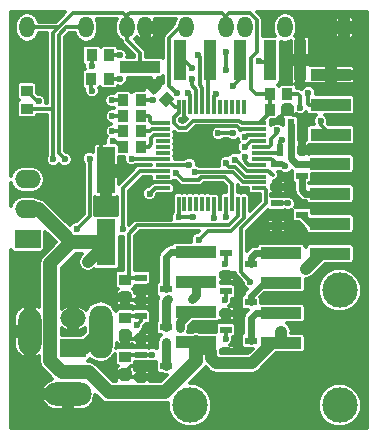
<source format=gtl>
G04 #@! TF.FileFunction,Copper,L1,Top,Signal*
%FSLAX46Y46*%
G04 Gerber Fmt 4.6, Leading zero omitted, Abs format (unit mm)*
G04 Created by KiCad (PCBNEW (2015-03-13 BZR 5510)-product) date tis  3 nov 2015 15:17:31*
%MOMM*%
G01*
G04 APERTURE LIST*
%ADD10C,0.100000*%
%ADD11R,3.450000X1.020000*%
%ADD12O,4.000500X1.998980*%
%ADD13O,1.998980X4.000500*%
%ADD14O,1.998980X4.500880*%
%ADD15O,1.300000X1.800000*%
%ADD16R,1.020000X3.450000*%
%ADD17R,1.600200X4.000500*%
%ADD18R,0.899160X1.000760*%
%ADD19R,1.000760X0.599440*%
%ADD20R,0.599440X1.000760*%
%ADD21R,1.000760X0.899160*%
%ADD22C,3.000000*%
%ADD23R,0.299720X1.300480*%
%ADD24R,1.300480X0.299720*%
%ADD25R,2.199640X1.524000*%
%ADD26O,2.199640X1.524000*%
%ADD27C,0.600000*%
%ADD28C,1.200000*%
%ADD29C,1.000000*%
%ADD30C,0.300000*%
%ADD31C,0.600000*%
%ADD32C,0.800000*%
G04 APERTURE END LIST*
D10*
D11*
X129260000Y-90590000D03*
D12*
X123160120Y-118270980D03*
D13*
X119908920Y-112970000D03*
D14*
X125910940Y-112970000D03*
D15*
X136540000Y-87220000D03*
X141540000Y-87220000D03*
X146540000Y-87220000D03*
X128160000Y-87220000D03*
X133160000Y-87220000D03*
X138160000Y-87220000D03*
X119700000Y-87220000D03*
X124700000Y-87220000D03*
X129700000Y-87220000D03*
D16*
X142830000Y-90005000D03*
X132670000Y-90005000D03*
X137750000Y-90005000D03*
X135210000Y-90005000D03*
X140290000Y-90005000D03*
D17*
X126360000Y-105420540D03*
X126360000Y-99319460D03*
D18*
X140218160Y-94170000D03*
X141721840Y-94170000D03*
D10*
G36*
X130829908Y-93337552D02*
X131537552Y-92629908D01*
X132173354Y-93265710D01*
X131465710Y-93973354D01*
X130829908Y-93337552D01*
X130829908Y-93337552D01*
G37*
G36*
X129766646Y-92274290D02*
X130474290Y-91566646D01*
X131110092Y-92202448D01*
X130402448Y-92910092D01*
X129766646Y-92274290D01*
X129766646Y-92274290D01*
G37*
D19*
X129313360Y-114927500D03*
X131426640Y-115880000D03*
X129313360Y-116832500D03*
X129313360Y-111667500D03*
X131426640Y-112620000D03*
X129313360Y-113572500D03*
X129313360Y-108417500D03*
X131426640Y-109370000D03*
X129313360Y-110322500D03*
X136503360Y-112797500D03*
X138616640Y-113750000D03*
X136503360Y-114702500D03*
X136503360Y-109537500D03*
X138616640Y-110490000D03*
X136503360Y-111442500D03*
X136493360Y-106277500D03*
X138606640Y-107230000D03*
X136493360Y-108182500D03*
X140833360Y-102107500D03*
X142946640Y-103060000D03*
X140833360Y-104012500D03*
X140823360Y-98807500D03*
X142936640Y-99760000D03*
X140823360Y-100712500D03*
D20*
X141067500Y-97586640D03*
X142020000Y-95473360D03*
X142972500Y-97586640D03*
D18*
X140218160Y-92840000D03*
X141721840Y-92840000D03*
D21*
X119670000Y-94091840D03*
X119670000Y-92588160D03*
D18*
X126651840Y-89570000D03*
X125148160Y-89570000D03*
X129301840Y-93400000D03*
X127798160Y-93400000D03*
X129301840Y-96020000D03*
X127798160Y-96020000D03*
X126611840Y-91590000D03*
X125108160Y-91590000D03*
X129301840Y-94710000D03*
X127798160Y-94710000D03*
X129301840Y-97340000D03*
X127798160Y-97340000D03*
D21*
X127990000Y-115078160D03*
X127990000Y-116581840D03*
X127990000Y-111818160D03*
X127990000Y-113321840D03*
X127990000Y-108568160D03*
X127990000Y-110071840D03*
D22*
X146150000Y-109460000D03*
X146150000Y-119200000D03*
X133500000Y-119200000D03*
D23*
X134010320Y-102189560D03*
X134510700Y-102189560D03*
X135011080Y-102189560D03*
X135508920Y-102189560D03*
X136009300Y-102189560D03*
X132509180Y-102189560D03*
X133009560Y-102189560D03*
X133509940Y-102189560D03*
D24*
X139359560Y-100840820D03*
X139359560Y-100340440D03*
X139359560Y-99840060D03*
X139359560Y-99339680D03*
X139359560Y-98839300D03*
X139359560Y-98338920D03*
X139359560Y-97841080D03*
X139359560Y-97340700D03*
D23*
X138010820Y-93990440D03*
X137510440Y-93990440D03*
X137010060Y-93990440D03*
X136509680Y-93990440D03*
X136009300Y-93990440D03*
X135508920Y-93990440D03*
X135011080Y-93990440D03*
X134510700Y-93990440D03*
D24*
X131160440Y-95339180D03*
X131160440Y-95839560D03*
X131160440Y-96339940D03*
X131160440Y-96840320D03*
X131160440Y-97340700D03*
X131160440Y-97841080D03*
X131160440Y-98338920D03*
X131160440Y-98839300D03*
D23*
X136509680Y-102189560D03*
X137010060Y-102189560D03*
X137510440Y-102189560D03*
X138010820Y-102189560D03*
D24*
X139359560Y-96840320D03*
X139359560Y-96339940D03*
X139359560Y-95839560D03*
X139359560Y-95339180D03*
D23*
X134010320Y-93990440D03*
X133509940Y-93990440D03*
X133009560Y-93990440D03*
X132509180Y-93990440D03*
D24*
X131160440Y-99339680D03*
X131160440Y-99840060D03*
X131160440Y-100340440D03*
X131160440Y-100840820D03*
D11*
X145390000Y-96290000D03*
X145390000Y-93750000D03*
X145390000Y-91210000D03*
X133995000Y-113850000D03*
X133995000Y-111310000D03*
X133995000Y-108770000D03*
X133995000Y-106230000D03*
X141185000Y-113950000D03*
X141185000Y-111410000D03*
X141185000Y-108870000D03*
X141185000Y-106330000D03*
X145335000Y-106370000D03*
X145335000Y-103830000D03*
X145335000Y-101290000D03*
X145335000Y-98750000D03*
D25*
X119720000Y-105170000D03*
D26*
X119720000Y-102630000D03*
X119720000Y-100090000D03*
D25*
X123580000Y-114400000D03*
D26*
X123580000Y-111860000D03*
D27*
X143280000Y-107660000D03*
X141220000Y-112970000D03*
X124840000Y-107050000D03*
X141790000Y-104020000D03*
X125940000Y-96760000D03*
X127810000Y-99800000D03*
X129460000Y-102770000D03*
X132270000Y-101040000D03*
X135020000Y-101050000D03*
X138860000Y-102100000D03*
X141260000Y-95130000D03*
X143690000Y-95150000D03*
X130270000Y-116830000D03*
X129180000Y-101320000D03*
X129290000Y-92270000D03*
X123760000Y-94410000D03*
X130270000Y-113580000D03*
X130270000Y-110320000D03*
X137450000Y-108500000D03*
X137310000Y-111440000D03*
X137460000Y-114700000D03*
X129380000Y-107370000D03*
X132800000Y-95080000D03*
X134980000Y-96160000D03*
X145420000Y-95170000D03*
X121900000Y-98390000D03*
X130070000Y-101290000D03*
X133730000Y-103290000D03*
X136510000Y-103290000D03*
X132510000Y-103290000D03*
X125150000Y-90510000D03*
X126880000Y-93380000D03*
X126890000Y-96010000D03*
X125180000Y-92570000D03*
X126890000Y-94720000D03*
X126920000Y-96860000D03*
X133650000Y-90640000D03*
X133420000Y-98830000D03*
X135510000Y-103310000D03*
X137130000Y-92160000D03*
X137140000Y-96170000D03*
X135880000Y-96190000D03*
X135640000Y-92870000D03*
X139280000Y-90070000D03*
X131420000Y-113890000D03*
X132650000Y-112700000D03*
X133630000Y-110230000D03*
X131580000Y-110230000D03*
X136500000Y-113560000D03*
X134200000Y-105190000D03*
X136410000Y-110300000D03*
X138590000Y-108770000D03*
X136410000Y-107240000D03*
X137280000Y-98400000D03*
X141770000Y-102110000D03*
X138100000Y-98150000D03*
X141560000Y-98960000D03*
X140850000Y-95920000D03*
X142800000Y-94020000D03*
X120650000Y-93470000D03*
X122890000Y-98380000D03*
X132310000Y-99560000D03*
X132400000Y-92810000D03*
X133900000Y-99470000D03*
X127540000Y-89570000D03*
X134140000Y-89580000D03*
X130320000Y-93400000D03*
X133310000Y-92740000D03*
X133640000Y-91590000D03*
X127550000Y-91570000D03*
X141230000Y-96710000D03*
X144550000Y-95150000D03*
X138130000Y-97340000D03*
X143480000Y-92760000D03*
X138130000Y-96470000D03*
X130290000Y-114930000D03*
X123940000Y-104250000D03*
X124970000Y-98340000D03*
X128550000Y-98340000D03*
X128950000Y-112440000D03*
X127770000Y-104320000D03*
X136510000Y-89260000D03*
X136510000Y-90790000D03*
X136550000Y-98680000D03*
D28*
X133995000Y-113850000D02*
X133995000Y-115485000D01*
X133995000Y-115485000D02*
X131380000Y-118100000D01*
D29*
X141185000Y-113950000D02*
X141185000Y-113005000D01*
X143280000Y-107660000D02*
X144570000Y-106370000D01*
X141185000Y-113005000D02*
X141220000Y-112970000D01*
X144570000Y-106370000D02*
X145335000Y-106370000D01*
X138730000Y-115670000D02*
X140450000Y-113950000D01*
X135710000Y-115670000D02*
X138730000Y-115670000D01*
X134900000Y-114410000D02*
X135220000Y-114730000D01*
X135220000Y-114730000D02*
X135220000Y-115180000D01*
X135220000Y-115180000D02*
X135710000Y-115670000D01*
X133995000Y-113850000D02*
X134555000Y-114410000D01*
X134555000Y-114410000D02*
X134900000Y-114410000D01*
X140450000Y-113950000D02*
X141185000Y-113950000D01*
X124840000Y-107050000D02*
X126360000Y-105530000D01*
X126360000Y-105530000D02*
X126360000Y-105420540D01*
D28*
X120650000Y-102630000D02*
X119720000Y-102630000D01*
X123440540Y-105420540D02*
X120650000Y-102630000D01*
X126360000Y-105420540D02*
X123440540Y-105420540D01*
X121660000Y-107201080D02*
X123440540Y-105420540D01*
X121660000Y-115480000D02*
X121660000Y-107201080D01*
X122610000Y-116430000D02*
X121660000Y-115480000D01*
X124930000Y-116430000D02*
X122610000Y-116430000D01*
X126600000Y-118100000D02*
X124930000Y-116430000D01*
X131380000Y-118100000D02*
X126600000Y-118100000D01*
D30*
X140833360Y-104012500D02*
X141782500Y-104012500D01*
X141782500Y-104012500D02*
X141790000Y-104020000D01*
X126360000Y-99319460D02*
X125940000Y-98899460D01*
X125940000Y-98899460D02*
X125940000Y-96760000D01*
X126360000Y-99319460D02*
X126840540Y-99800000D01*
X126840540Y-99800000D02*
X127810000Y-99800000D01*
X131160440Y-100340440D02*
X131910440Y-100340440D01*
X132270000Y-100700000D02*
X132270000Y-101040000D01*
X131910440Y-100340440D02*
X132270000Y-100700000D01*
X136009300Y-102189560D02*
X136009300Y-101429300D01*
X135190000Y-101220000D02*
X135020000Y-101050000D01*
X135800000Y-101220000D02*
X135190000Y-101220000D01*
X136009300Y-101429300D02*
X135800000Y-101220000D01*
X141260000Y-94631840D02*
X141721840Y-94170000D01*
X141260000Y-95130000D02*
X141260000Y-94631840D01*
X141721840Y-94170000D02*
X142201840Y-94650000D01*
X143190000Y-94650000D02*
X143690000Y-95150000D01*
X142201840Y-94650000D02*
X143190000Y-94650000D01*
X127990000Y-116581840D02*
X127990000Y-116410000D01*
X127990000Y-116410000D02*
X128510000Y-115890000D01*
X130267500Y-116832500D02*
X130270000Y-116830000D01*
X129313360Y-116832500D02*
X130267500Y-116832500D01*
X130270000Y-116110000D02*
X130270000Y-116830000D01*
X130050000Y-115890000D02*
X130270000Y-116110000D01*
X128510000Y-115890000D02*
X130050000Y-115890000D01*
X131160440Y-100340440D02*
X130159560Y-100340440D01*
X130159560Y-100340440D02*
X129180000Y-101320000D01*
X130438369Y-92238369D02*
X130406738Y-92270000D01*
X130406738Y-92270000D02*
X129290000Y-92270000D01*
X129313360Y-113572500D02*
X130262500Y-113572500D01*
X130262500Y-113572500D02*
X130270000Y-113580000D01*
X129313360Y-110322500D02*
X130267500Y-110322500D01*
X130267500Y-110322500D02*
X130270000Y-110320000D01*
X136493360Y-108182500D02*
X137132500Y-108182500D01*
X137132500Y-108182500D02*
X137450000Y-108500000D01*
X136503360Y-111442500D02*
X137307500Y-111442500D01*
X137307500Y-111442500D02*
X137310000Y-111440000D01*
X136503360Y-114702500D02*
X137457500Y-114702500D01*
X137457500Y-114702500D02*
X137460000Y-114700000D01*
X129313360Y-116832500D02*
X128240660Y-116832500D01*
X128240660Y-116832500D02*
X127990000Y-116581840D01*
X129313360Y-113572500D02*
X128240660Y-113572500D01*
X128240660Y-113572500D02*
X127990000Y-113321840D01*
X127990000Y-110071840D02*
X128240660Y-110322500D01*
X128240660Y-110322500D02*
X129313360Y-110322500D01*
X133009560Y-93990440D02*
X133009560Y-94810440D01*
X132800000Y-95020000D02*
X132800000Y-95080000D01*
X133009560Y-94810440D02*
X132800000Y-95020000D01*
X137729560Y-95839560D02*
X137440000Y-95550000D01*
X137440000Y-95550000D02*
X135590000Y-95550000D01*
X135590000Y-95550000D02*
X134980000Y-96160000D01*
X139359560Y-95839560D02*
X137729560Y-95839560D01*
X145420000Y-95170000D02*
X145410000Y-95160000D01*
X144400000Y-91210000D02*
X145390000Y-91210000D01*
X136540000Y-87220000D02*
X136540000Y-86260000D01*
X139040000Y-92840000D02*
X140218160Y-92840000D01*
X138600000Y-92400000D02*
X139040000Y-92840000D01*
X138600000Y-89800000D02*
X138600000Y-92400000D01*
X139120000Y-89280000D02*
X138600000Y-89800000D01*
X139120000Y-86570000D02*
X139120000Y-89280000D01*
X138550000Y-86000000D02*
X139120000Y-86570000D01*
X136800000Y-86000000D02*
X138550000Y-86000000D01*
X136540000Y-86260000D02*
X136800000Y-86000000D01*
X132509180Y-93990440D02*
X132509180Y-94420820D01*
X132509180Y-94420820D02*
X132140000Y-94790000D01*
X137865578Y-95339180D02*
X139359560Y-95339180D01*
X137626396Y-95099998D02*
X137865578Y-95339180D01*
X133750002Y-95099998D02*
X137626396Y-95099998D01*
X133110000Y-95740000D02*
X133750002Y-95099998D01*
X132550000Y-95740000D02*
X133110000Y-95740000D01*
X132140000Y-95330000D02*
X132550000Y-95740000D01*
X132140000Y-94790000D02*
X132140000Y-95330000D01*
X131501631Y-93301631D02*
X132190440Y-93990440D01*
X132190440Y-93990440D02*
X132509180Y-93990440D01*
X119670000Y-94091840D02*
X119698160Y-94120000D01*
X119698160Y-94120000D02*
X121900000Y-94120000D01*
X121900000Y-87670000D02*
X122350000Y-87220000D01*
X121900000Y-98390000D02*
X121900000Y-94120000D01*
X121900000Y-94120000D02*
X121900000Y-87670000D01*
X140218160Y-94170000D02*
X140218160Y-92840000D01*
X128070000Y-86280000D02*
X128360000Y-85990000D01*
X136450000Y-86280000D02*
X136450000Y-87320000D01*
X136160000Y-85990000D02*
X136450000Y-86280000D01*
X128360000Y-85990000D02*
X136160000Y-85990000D01*
X119690000Y-87220000D02*
X122350000Y-87220000D01*
X128070000Y-86280000D02*
X128070000Y-87260000D01*
X127780000Y-85990000D02*
X128070000Y-86280000D01*
X122350000Y-87220000D02*
X123580000Y-85990000D01*
X123580000Y-85990000D02*
X127780000Y-85990000D01*
X140218160Y-94170000D02*
X140218160Y-94480580D01*
X140218160Y-94480580D02*
X139359560Y-95339180D01*
X131160440Y-100840820D02*
X130519180Y-100840820D01*
X130519180Y-100840820D02*
X130070000Y-101290000D01*
X136500000Y-103290000D02*
X136509680Y-103280320D01*
X136509680Y-103280320D02*
X136509680Y-102189560D01*
X136510000Y-103290000D02*
X136500000Y-103290000D01*
X132510000Y-103290000D02*
X132509180Y-103289180D01*
X132509180Y-103289180D02*
X132509180Y-102189560D01*
X132510000Y-103290000D02*
X133730000Y-103290000D01*
X129260000Y-89370000D02*
X128160000Y-88270000D01*
X128160000Y-88270000D02*
X128160000Y-87220000D01*
X129260000Y-90590000D02*
X129260000Y-89370000D01*
X125148160Y-90508160D02*
X125150000Y-90510000D01*
X125148160Y-89570000D02*
X125148160Y-90508160D01*
X126900000Y-93400000D02*
X127798160Y-93400000D01*
X126880000Y-93380000D02*
X126900000Y-93400000D01*
X126890000Y-96010000D02*
X127788160Y-96010000D01*
X127788160Y-96010000D02*
X127798160Y-96020000D01*
X125108160Y-92498160D02*
X125108160Y-91590000D01*
X125180000Y-92570000D02*
X125108160Y-92498160D01*
X126900000Y-94710000D02*
X127798160Y-94710000D01*
X126890000Y-94720000D02*
X126900000Y-94710000D01*
X127798160Y-97340000D02*
X127630000Y-97340000D01*
X127630000Y-97340000D02*
X127150000Y-96860000D01*
X127150000Y-96860000D02*
X126920000Y-96860000D01*
D28*
X125910940Y-112970000D02*
X124480940Y-114400000D01*
D30*
X132630000Y-90145000D02*
X133155000Y-90145000D01*
X133155000Y-90145000D02*
X133650000Y-90640000D01*
X133410700Y-98839300D02*
X133420000Y-98830000D01*
X131160440Y-98839300D02*
X133410700Y-98839300D01*
X135508920Y-103308920D02*
X135508920Y-102189560D01*
X135510000Y-103310000D02*
X135508920Y-103308920D01*
X137710000Y-91580000D02*
X137710000Y-90145000D01*
X137130000Y-92160000D02*
X137710000Y-91580000D01*
X135900000Y-96170000D02*
X137140000Y-96170000D01*
X135880000Y-96190000D02*
X135900000Y-96170000D01*
X135011080Y-90303920D02*
X135170000Y-90145000D01*
X135011080Y-93990440D02*
X135011080Y-90303920D01*
X135508920Y-93001080D02*
X135640000Y-92870000D01*
X139280000Y-90070000D02*
X139355000Y-90145000D01*
X139355000Y-90145000D02*
X140250000Y-90145000D01*
X135508920Y-93990440D02*
X135508920Y-93001080D01*
D31*
X131426640Y-109370000D02*
X131426640Y-106663360D01*
X131860000Y-106230000D02*
X133995000Y-106230000D01*
X131426640Y-106663360D02*
X131860000Y-106230000D01*
D32*
X133510000Y-111310000D02*
X133995000Y-111310000D01*
X131426640Y-113896640D02*
X131420000Y-113890000D01*
X132650000Y-112700000D02*
X132650000Y-112170000D01*
X132650000Y-112170000D02*
X133510000Y-111310000D01*
X131426640Y-115880000D02*
X131426640Y-113896640D01*
X133995000Y-109865000D02*
X133995000Y-108770000D01*
X131426640Y-112620000D02*
X131426640Y-110383360D01*
X131426640Y-110383360D02*
X131580000Y-110230000D01*
X133630000Y-110230000D02*
X133995000Y-109865000D01*
D31*
X138606640Y-107230000D02*
X138606640Y-106723360D01*
X139000000Y-106330000D02*
X141185000Y-106330000D01*
X138606640Y-106723360D02*
X139000000Y-106330000D01*
X138616640Y-113750000D02*
X138616640Y-111853360D01*
X139060000Y-111410000D02*
X141185000Y-111410000D01*
X138616640Y-111853360D02*
X139060000Y-111410000D01*
X138616640Y-110490000D02*
X138616640Y-109953360D01*
X138616640Y-109953360D02*
X139700000Y-108870000D01*
X139700000Y-108870000D02*
X141185000Y-108870000D01*
X142020000Y-95473360D02*
X142020000Y-98280000D01*
X142490000Y-98750000D02*
X145335000Y-98750000D01*
X142020000Y-98280000D02*
X142490000Y-98750000D01*
X142946640Y-103060000D02*
X143716640Y-103830000D01*
X143716640Y-103830000D02*
X145335000Y-103830000D01*
X142936640Y-99760000D02*
X142936640Y-101006640D01*
X143220000Y-101290000D02*
X145335000Y-101290000D01*
X142936640Y-101006640D02*
X143220000Y-101290000D01*
D30*
X127990000Y-108568160D02*
X128140660Y-108417500D01*
X128140660Y-108417500D02*
X129313360Y-108417500D01*
X137510440Y-102189560D02*
X137510440Y-103209560D01*
X128290000Y-104690000D02*
X128290000Y-108268160D01*
X129000000Y-103980000D02*
X128290000Y-104690000D01*
X136740000Y-103980000D02*
X129000000Y-103980000D01*
X137510440Y-103209560D02*
X136740000Y-103980000D01*
X128290000Y-108268160D02*
X127990000Y-108568160D01*
X136503360Y-112797500D02*
X136503360Y-113556640D01*
X136503360Y-113556640D02*
X136500000Y-113560000D01*
X138010820Y-102189560D02*
X138010820Y-103345578D01*
X134959998Y-104430002D02*
X134200000Y-105190000D01*
X136926396Y-104430002D02*
X134959998Y-104430002D01*
X138010820Y-103345578D02*
X136926396Y-104430002D01*
X136503360Y-110206640D02*
X136503360Y-109537500D01*
X136410000Y-110300000D02*
X136503360Y-110206640D01*
X139359560Y-100840820D02*
X139750820Y-100840820D01*
X139750820Y-100840820D02*
X139870000Y-100960000D01*
X139870000Y-100960000D02*
X139870000Y-102122796D01*
X139870000Y-102122796D02*
X137770000Y-104222796D01*
X137770000Y-104222796D02*
X137770000Y-107950000D01*
X137770000Y-107950000D02*
X138590000Y-108770000D01*
X139359560Y-99339680D02*
X138272476Y-99339680D01*
X136493360Y-107156640D02*
X136493360Y-106277500D01*
X136410000Y-107240000D02*
X136493360Y-107156640D01*
X137332796Y-98400000D02*
X137280000Y-98400000D01*
X138272476Y-99339680D02*
X137332796Y-98400000D01*
X139359560Y-99339680D02*
X140119680Y-99339680D01*
X140119680Y-99339680D02*
X140510000Y-99730000D01*
X140833360Y-102107500D02*
X141767500Y-102107500D01*
X141767500Y-102107500D02*
X141770000Y-102110000D01*
X139359560Y-98839300D02*
X138408494Y-98839300D01*
X138100000Y-98530806D02*
X138100000Y-98150000D01*
X138408494Y-98839300D02*
X138100000Y-98530806D01*
X139359560Y-98839678D02*
X139359560Y-98839300D01*
X140823360Y-98807500D02*
X141407500Y-98807500D01*
X141407500Y-98807500D02*
X141560000Y-98960000D01*
X139359560Y-98338920D02*
X140354780Y-98338920D01*
X140354780Y-98338920D02*
X140823360Y-98807500D01*
X140850000Y-95920000D02*
X140850000Y-96160000D01*
X140850000Y-96160000D02*
X140340000Y-96670000D01*
X140340000Y-96670000D02*
X140340000Y-97200000D01*
X140340000Y-97200000D02*
X140199300Y-97340700D01*
X140199300Y-97340700D02*
X139359560Y-97340700D01*
X142600000Y-92840000D02*
X141721840Y-92840000D01*
X142800000Y-93040000D02*
X142600000Y-92840000D01*
X142800000Y-94020000D02*
X142800000Y-93040000D01*
X119670000Y-92588160D02*
X120551840Y-93470000D01*
X120551840Y-93470000D02*
X120650000Y-93470000D01*
X137010060Y-102189560D02*
X137010060Y-100470062D01*
X122986398Y-87220000D02*
X124690000Y-87220000D01*
X122360000Y-87846398D02*
X122986398Y-87220000D01*
X122360000Y-97850000D02*
X122360000Y-87846398D01*
X122890000Y-98380000D02*
X122360000Y-97850000D01*
X132890000Y-100140000D02*
X132310000Y-99560000D01*
X134210000Y-100140000D02*
X132890000Y-100140000D01*
X134429998Y-99920002D02*
X134210000Y-100140000D01*
X136460000Y-99920002D02*
X134429998Y-99920002D01*
X137010060Y-100470062D02*
X136460000Y-99920002D01*
X133070000Y-87260000D02*
X132560000Y-87260000D01*
X132560000Y-87260000D02*
X131730000Y-88090000D01*
X131730000Y-88090000D02*
X131730000Y-92140000D01*
X131730000Y-92140000D02*
X132400000Y-92810000D01*
X133900000Y-99470000D02*
X137130000Y-99470000D01*
X137130000Y-99470000D02*
X138000440Y-100340440D01*
X138000440Y-100340440D02*
X139359560Y-100340440D01*
X134510700Y-93990440D02*
X134510700Y-92340700D01*
X127540000Y-89570000D02*
X126651840Y-89570000D01*
X134280000Y-89720000D02*
X134140000Y-89580000D01*
X134280000Y-92110000D02*
X134280000Y-89720000D01*
X134510700Y-92340700D02*
X134280000Y-92110000D01*
X133509940Y-93990440D02*
X133509940Y-92939940D01*
X133509940Y-92939940D02*
X133310000Y-92740000D01*
X129301840Y-93400000D02*
X130320000Y-93400000D01*
X131160440Y-95839560D02*
X130294042Y-95839560D01*
X130113602Y-96020000D02*
X129301840Y-96020000D01*
X130294042Y-95839560D02*
X130113602Y-96020000D01*
X134010320Y-93990440D02*
X134010320Y-92476718D01*
X134010320Y-92476718D02*
X133640000Y-92106398D01*
X133640000Y-92106398D02*
X133640000Y-91590000D01*
X127550000Y-91570000D02*
X127530000Y-91590000D01*
X127530000Y-91590000D02*
X126611840Y-91590000D01*
X131160440Y-95339180D02*
X130239180Y-95339180D01*
X129970000Y-94710000D02*
X129301840Y-94710000D01*
X130080000Y-94820000D02*
X129970000Y-94710000D01*
X130080000Y-95180000D02*
X130080000Y-94820000D01*
X130239180Y-95339180D02*
X130080000Y-95180000D01*
X131160440Y-96339940D02*
X130430060Y-96339940D01*
X129970000Y-97340000D02*
X129301840Y-97340000D01*
X130200000Y-97110000D02*
X129970000Y-97340000D01*
X130200000Y-96570000D02*
X130200000Y-97110000D01*
X130430060Y-96339940D02*
X130200000Y-96570000D01*
X141230000Y-96710000D02*
X141067500Y-96872500D01*
X141067500Y-96872500D02*
X141067500Y-97586640D01*
X139359560Y-97841080D02*
X140813060Y-97841080D01*
X140813060Y-97841080D02*
X141067500Y-97586640D01*
X144550000Y-95150000D02*
X144550000Y-95450000D01*
X144550000Y-95450000D02*
X145390000Y-96290000D01*
X138629680Y-96840320D02*
X138130000Y-97340000D01*
X139359560Y-96840320D02*
X138629680Y-96840320D01*
X143480000Y-92760000D02*
X143480000Y-93670000D01*
X143480000Y-93670000D02*
X143560000Y-93750000D01*
X143560000Y-93750000D02*
X145390000Y-93750000D01*
X138260060Y-96339940D02*
X138130000Y-96470000D01*
X139359560Y-96339940D02*
X138260060Y-96339940D01*
X131160440Y-98338920D02*
X128551080Y-98338920D01*
X130287500Y-114927500D02*
X129313360Y-114927500D01*
X130290000Y-114930000D02*
X130287500Y-114927500D01*
X124970000Y-103220000D02*
X123940000Y-104250000D01*
X124970000Y-98340000D02*
X124970000Y-103220000D01*
X128551080Y-98338920D02*
X128550000Y-98340000D01*
X127990000Y-115078160D02*
X127711840Y-115078160D01*
X127971838Y-115059998D02*
X127990000Y-115078160D01*
X129313360Y-114927500D02*
X128140660Y-114927500D01*
X128140660Y-114927500D02*
X127990000Y-115078160D01*
X127968160Y-115100000D02*
X127990000Y-115078160D01*
X131160440Y-99339680D02*
X129280320Y-99339680D01*
X129313360Y-112076640D02*
X129313360Y-111667500D01*
X128950000Y-112440000D02*
X129313360Y-112076640D01*
X127770000Y-100850000D02*
X127770000Y-104320000D01*
X129280320Y-99339680D02*
X127770000Y-100850000D01*
X129313360Y-111667500D02*
X128140660Y-111667500D01*
X128140660Y-111667500D02*
X127990000Y-111818160D01*
X136510000Y-90790000D02*
X136510000Y-89260000D01*
X138136458Y-99840060D02*
X137316396Y-99019998D01*
X137316396Y-99019998D02*
X136789998Y-99019998D01*
X136789998Y-99019998D02*
X136550000Y-98780000D01*
X136550000Y-98780000D02*
X136550000Y-98680000D01*
X139359560Y-99840060D02*
X138136458Y-99840060D01*
G36*
X128360000Y-116806630D02*
X128240190Y-116806630D01*
X128240190Y-116951840D01*
X127739810Y-116951840D01*
X127739810Y-116806630D01*
X127264620Y-116806630D01*
X127189620Y-116881630D01*
X127189620Y-117091094D01*
X127214019Y-117150000D01*
X126993502Y-117150000D01*
X125601751Y-115758249D01*
X125293550Y-115552314D01*
X125233233Y-115540316D01*
X124930000Y-115480000D01*
X124833009Y-115480000D01*
X124930567Y-115415914D01*
X125009083Y-115299597D01*
X125015886Y-115265672D01*
X125394513Y-115518662D01*
X125910940Y-115621386D01*
X126427367Y-115518662D01*
X126865174Y-115226130D01*
X127132763Y-114825653D01*
X127132763Y-115527740D01*
X127158656Y-115661194D01*
X127235706Y-115778487D01*
X127352023Y-115857003D01*
X127364278Y-115859460D01*
X127319684Y-115877932D01*
X127235292Y-115962323D01*
X127189620Y-116072586D01*
X127189620Y-116282050D01*
X127264620Y-116357050D01*
X127739810Y-116357050D01*
X127739810Y-116211840D01*
X128240190Y-116211840D01*
X128240190Y-116357050D01*
X128360000Y-116357050D01*
X128360000Y-116806630D01*
X128360000Y-116806630D01*
G37*
X128360000Y-116806630D02*
X128240190Y-116806630D01*
X128240190Y-116951840D01*
X127739810Y-116951840D01*
X127739810Y-116806630D01*
X127264620Y-116806630D01*
X127189620Y-116881630D01*
X127189620Y-117091094D01*
X127214019Y-117150000D01*
X126993502Y-117150000D01*
X125601751Y-115758249D01*
X125293550Y-115552314D01*
X125233233Y-115540316D01*
X124930000Y-115480000D01*
X124833009Y-115480000D01*
X124930567Y-115415914D01*
X125009083Y-115299597D01*
X125015886Y-115265672D01*
X125394513Y-115518662D01*
X125910940Y-115621386D01*
X126427367Y-115518662D01*
X126865174Y-115226130D01*
X127132763Y-114825653D01*
X127132763Y-115527740D01*
X127158656Y-115661194D01*
X127235706Y-115778487D01*
X127352023Y-115857003D01*
X127364278Y-115859460D01*
X127319684Y-115877932D01*
X127235292Y-115962323D01*
X127189620Y-116072586D01*
X127189620Y-116282050D01*
X127264620Y-116357050D01*
X127739810Y-116357050D01*
X127739810Y-116211840D01*
X128240190Y-116211840D01*
X128240190Y-116357050D01*
X128360000Y-116357050D01*
X128360000Y-116806630D01*
G36*
X130153343Y-98839680D02*
X129280320Y-98839680D01*
X129088978Y-98877740D01*
X128926767Y-98986127D01*
X127460100Y-100452794D01*
X127460100Y-99744460D01*
X127385100Y-99669460D01*
X126710000Y-99669460D01*
X126710000Y-101544710D01*
X126785000Y-101619710D01*
X127100426Y-101619710D01*
X127219773Y-101619710D01*
X127270000Y-101598905D01*
X127270000Y-103085472D01*
X127160100Y-103063433D01*
X125559900Y-103063433D01*
X125470000Y-103080875D01*
X125470000Y-101607189D01*
X125500227Y-101619710D01*
X125619574Y-101619710D01*
X125935000Y-101619710D01*
X126010000Y-101544710D01*
X126010000Y-99669460D01*
X125990000Y-99669460D01*
X125990000Y-98969460D01*
X126010000Y-98969460D01*
X126010000Y-98949460D01*
X126710000Y-98949460D01*
X126710000Y-98969460D01*
X127385100Y-98969460D01*
X127460100Y-98894460D01*
X127460100Y-98197237D01*
X127905470Y-98197237D01*
X127900113Y-98210140D01*
X127899888Y-98468726D01*
X127998636Y-98707714D01*
X128181324Y-98890722D01*
X128420140Y-98989887D01*
X128678726Y-98990112D01*
X128917714Y-98891364D01*
X128970249Y-98838920D01*
X130153343Y-98838920D01*
X130153343Y-98839680D01*
X130153343Y-98839680D01*
G37*
X130153343Y-98839680D02*
X129280320Y-98839680D01*
X129088978Y-98877740D01*
X128926767Y-98986127D01*
X127460100Y-100452794D01*
X127460100Y-99744460D01*
X127385100Y-99669460D01*
X126710000Y-99669460D01*
X126710000Y-101544710D01*
X126785000Y-101619710D01*
X127100426Y-101619710D01*
X127219773Y-101619710D01*
X127270000Y-101598905D01*
X127270000Y-103085472D01*
X127160100Y-103063433D01*
X125559900Y-103063433D01*
X125470000Y-103080875D01*
X125470000Y-101607189D01*
X125500227Y-101619710D01*
X125619574Y-101619710D01*
X125935000Y-101619710D01*
X126010000Y-101544710D01*
X126010000Y-99669460D01*
X125990000Y-99669460D01*
X125990000Y-98969460D01*
X126010000Y-98969460D01*
X126010000Y-98949460D01*
X126710000Y-98949460D01*
X126710000Y-98969460D01*
X127385100Y-98969460D01*
X127460100Y-98894460D01*
X127460100Y-98197237D01*
X127905470Y-98197237D01*
X127900113Y-98210140D01*
X127899888Y-98468726D01*
X127998636Y-98707714D01*
X128181324Y-98890722D01*
X128420140Y-98989887D01*
X128678726Y-98990112D01*
X128917714Y-98891364D01*
X128970249Y-98838920D01*
X130153343Y-98838920D01*
X130153343Y-98839680D01*
G36*
X131230000Y-91898091D02*
X131216307Y-91884398D01*
X131110241Y-91884398D01*
X130774231Y-92220408D01*
X130876909Y-92323087D01*
X130523087Y-92676909D01*
X130420408Y-92574231D01*
X130335689Y-92658948D01*
X130017788Y-92341047D01*
X130102507Y-92256330D01*
X129784458Y-91938280D01*
X129678392Y-91938280D01*
X129596710Y-92019962D01*
X129512319Y-92104353D01*
X129466646Y-92214616D01*
X129466645Y-92333963D01*
X129512318Y-92444226D01*
X129610854Y-92542763D01*
X128852260Y-92542763D01*
X128718806Y-92568656D01*
X128601513Y-92645706D01*
X128549850Y-92722241D01*
X128501654Y-92648873D01*
X128385337Y-92570357D01*
X128247740Y-92542763D01*
X127348580Y-92542763D01*
X127215126Y-92568656D01*
X127097833Y-92645706D01*
X127034070Y-92740166D01*
X127009860Y-92730113D01*
X126751274Y-92729888D01*
X126512286Y-92828636D01*
X126329278Y-93011324D01*
X126230113Y-93250140D01*
X126229888Y-93508726D01*
X126328636Y-93747714D01*
X126511324Y-93930722D01*
X126750140Y-94029887D01*
X127008726Y-94030112D01*
X127016287Y-94026987D01*
X127017616Y-94033834D01*
X127031168Y-94054465D01*
X127020442Y-94070355D01*
X127019860Y-94070113D01*
X126761274Y-94069888D01*
X126522286Y-94168636D01*
X126339278Y-94351324D01*
X126240113Y-94590140D01*
X126239888Y-94848726D01*
X126338636Y-95087714D01*
X126521324Y-95270722D01*
X126748635Y-95365110D01*
X126522286Y-95458636D01*
X126339278Y-95641324D01*
X126240113Y-95880140D01*
X126239888Y-96138726D01*
X126338636Y-96377714D01*
X126410735Y-96449939D01*
X126369278Y-96491324D01*
X126270113Y-96730140D01*
X126269888Y-96988726D01*
X126282483Y-97019210D01*
X126009998Y-97019210D01*
X126009998Y-97094208D01*
X125935000Y-97019210D01*
X125619574Y-97019210D01*
X125500227Y-97019210D01*
X125389964Y-97064882D01*
X125305572Y-97149273D01*
X125259900Y-97259536D01*
X125259900Y-97756567D01*
X125099860Y-97690113D01*
X124841274Y-97689888D01*
X124602286Y-97788636D01*
X124419278Y-97971324D01*
X124320113Y-98210140D01*
X124319888Y-98468726D01*
X124418636Y-98707714D01*
X124470000Y-98759167D01*
X124470000Y-103012894D01*
X123882943Y-103599950D01*
X123811274Y-103599888D01*
X123572286Y-103698636D01*
X123389278Y-103881324D01*
X123346895Y-103983392D01*
X121321751Y-101958249D01*
X121013550Y-101752314D01*
X120953233Y-101740316D01*
X120650000Y-101680000D01*
X120627536Y-101680000D01*
X120511768Y-101602646D01*
X120086224Y-101518000D01*
X119353776Y-101518000D01*
X118928232Y-101602646D01*
X118567473Y-101843697D01*
X118326422Y-102204456D01*
X118300000Y-102337288D01*
X118300000Y-100382711D01*
X118326422Y-100515544D01*
X118567473Y-100876303D01*
X118928232Y-101117354D01*
X119353776Y-101202000D01*
X120086224Y-101202000D01*
X120511768Y-101117354D01*
X120872527Y-100876303D01*
X121113578Y-100515544D01*
X121198224Y-100090000D01*
X121113578Y-99664456D01*
X120872527Y-99303697D01*
X120511768Y-99062646D01*
X120086224Y-98978000D01*
X119353776Y-98978000D01*
X118928232Y-99062646D01*
X118567473Y-99303697D01*
X118326422Y-99664456D01*
X118300000Y-99797288D01*
X118300000Y-85930000D01*
X122932893Y-85930000D01*
X122142893Y-86720000D01*
X120655143Y-86720000D01*
X120623880Y-86562828D01*
X120407107Y-86238404D01*
X120082683Y-86021631D01*
X119700000Y-85945511D01*
X119317317Y-86021631D01*
X118992893Y-86238404D01*
X118776120Y-86562828D01*
X118700000Y-86945511D01*
X118700000Y-87494489D01*
X118776120Y-87877172D01*
X118992893Y-88201596D01*
X119317317Y-88418369D01*
X119700000Y-88494489D01*
X120082683Y-88418369D01*
X120407107Y-88201596D01*
X120623880Y-87877172D01*
X120655143Y-87720000D01*
X121400000Y-87720000D01*
X121400000Y-93620000D01*
X121291524Y-93620000D01*
X121299887Y-93599860D01*
X121300112Y-93341274D01*
X121201364Y-93102286D01*
X121018676Y-92919278D01*
X120779860Y-92820113D01*
X120608910Y-92819964D01*
X120527237Y-92738291D01*
X120527237Y-92138580D01*
X120501344Y-92005126D01*
X120424294Y-91887833D01*
X120307977Y-91809317D01*
X120170380Y-91781723D01*
X119169620Y-91781723D01*
X119036166Y-91807616D01*
X118918873Y-91884666D01*
X118840357Y-92000983D01*
X118812763Y-92138580D01*
X118812763Y-93037740D01*
X118838656Y-93171194D01*
X118915706Y-93288487D01*
X118992241Y-93340149D01*
X118918873Y-93388346D01*
X118840357Y-93504663D01*
X118812763Y-93642260D01*
X118812763Y-94541420D01*
X118838656Y-94674874D01*
X118915706Y-94792167D01*
X119032023Y-94870683D01*
X119169620Y-94898277D01*
X120170380Y-94898277D01*
X120303834Y-94872384D01*
X120421127Y-94795334D01*
X120499643Y-94679017D01*
X120511478Y-94620000D01*
X121400000Y-94620000D01*
X121400000Y-97970690D01*
X121349278Y-98021324D01*
X121250113Y-98260140D01*
X121249888Y-98518726D01*
X121348636Y-98757714D01*
X121531324Y-98940722D01*
X121770140Y-99039887D01*
X122028726Y-99040112D01*
X122267714Y-98941364D01*
X122400061Y-98809247D01*
X122521324Y-98930722D01*
X122760140Y-99029887D01*
X123018726Y-99030112D01*
X123257714Y-98931364D01*
X123440722Y-98748676D01*
X123539887Y-98509860D01*
X123540112Y-98251274D01*
X123441364Y-98012286D01*
X123258676Y-97829278D01*
X123019860Y-97730113D01*
X122947156Y-97730049D01*
X122860000Y-97642893D01*
X122860000Y-88053504D01*
X123193504Y-87720000D01*
X123744856Y-87720000D01*
X123776120Y-87877172D01*
X123992893Y-88201596D01*
X124317317Y-88418369D01*
X124700000Y-88494489D01*
X125082683Y-88418369D01*
X125407107Y-88201596D01*
X125623880Y-87877172D01*
X125700000Y-87494489D01*
X125700000Y-86945511D01*
X125623880Y-86562828D01*
X125575217Y-86490000D01*
X127284782Y-86490000D01*
X127236120Y-86562828D01*
X127160000Y-86945511D01*
X127160000Y-87494489D01*
X127236120Y-87877172D01*
X127452893Y-88201596D01*
X127676053Y-88350706D01*
X127698060Y-88461342D01*
X127806447Y-88623553D01*
X128760000Y-89577106D01*
X128760000Y-89723143D01*
X128180219Y-89723143D01*
X128189887Y-89699860D01*
X128190112Y-89441274D01*
X128091364Y-89202286D01*
X127908676Y-89019278D01*
X127669860Y-88920113D01*
X127421696Y-88919897D01*
X127355334Y-88818873D01*
X127239017Y-88740357D01*
X127101420Y-88712763D01*
X126202260Y-88712763D01*
X126068806Y-88738656D01*
X125951513Y-88815706D01*
X125899850Y-88892241D01*
X125851654Y-88818873D01*
X125735337Y-88740357D01*
X125597740Y-88712763D01*
X124698580Y-88712763D01*
X124565126Y-88738656D01*
X124447833Y-88815706D01*
X124369317Y-88932023D01*
X124341723Y-89069620D01*
X124341723Y-90070380D01*
X124367616Y-90203834D01*
X124444666Y-90321127D01*
X124507113Y-90363280D01*
X124500113Y-90380140D01*
X124499888Y-90638726D01*
X124547637Y-90754288D01*
X124525126Y-90758656D01*
X124407833Y-90835706D01*
X124329317Y-90952023D01*
X124301723Y-91089620D01*
X124301723Y-92090380D01*
X124327616Y-92223834D01*
X124404666Y-92341127D01*
X124520983Y-92419643D01*
X124537268Y-92422908D01*
X124530113Y-92440140D01*
X124529888Y-92698726D01*
X124628636Y-92937714D01*
X124811324Y-93120722D01*
X125050140Y-93219887D01*
X125308726Y-93220112D01*
X125547714Y-93121364D01*
X125730722Y-92938676D01*
X125829887Y-92699860D01*
X125830112Y-92441274D01*
X125793978Y-92353824D01*
X125808487Y-92344294D01*
X125860149Y-92267758D01*
X125908346Y-92341127D01*
X126024663Y-92419643D01*
X126162260Y-92447237D01*
X127061420Y-92447237D01*
X127194874Y-92421344D01*
X127312167Y-92344294D01*
X127390683Y-92227977D01*
X127394445Y-92209217D01*
X127420140Y-92219887D01*
X127678726Y-92220112D01*
X127917714Y-92121364D01*
X128100722Y-91938676D01*
X128199887Y-91699860D01*
X128200098Y-91456857D01*
X130159815Y-91456857D01*
X130138280Y-91478392D01*
X130138280Y-91584458D01*
X130456330Y-91902507D01*
X130792340Y-91566497D01*
X130792340Y-91460431D01*
X130788765Y-91456857D01*
X130985000Y-91456857D01*
X131118454Y-91430964D01*
X131230000Y-91357689D01*
X131230000Y-91898091D01*
X131230000Y-91898091D01*
G37*
X131230000Y-91898091D02*
X131216307Y-91884398D01*
X131110241Y-91884398D01*
X130774231Y-92220408D01*
X130876909Y-92323087D01*
X130523087Y-92676909D01*
X130420408Y-92574231D01*
X130335689Y-92658948D01*
X130017788Y-92341047D01*
X130102507Y-92256330D01*
X129784458Y-91938280D01*
X129678392Y-91938280D01*
X129596710Y-92019962D01*
X129512319Y-92104353D01*
X129466646Y-92214616D01*
X129466645Y-92333963D01*
X129512318Y-92444226D01*
X129610854Y-92542763D01*
X128852260Y-92542763D01*
X128718806Y-92568656D01*
X128601513Y-92645706D01*
X128549850Y-92722241D01*
X128501654Y-92648873D01*
X128385337Y-92570357D01*
X128247740Y-92542763D01*
X127348580Y-92542763D01*
X127215126Y-92568656D01*
X127097833Y-92645706D01*
X127034070Y-92740166D01*
X127009860Y-92730113D01*
X126751274Y-92729888D01*
X126512286Y-92828636D01*
X126329278Y-93011324D01*
X126230113Y-93250140D01*
X126229888Y-93508726D01*
X126328636Y-93747714D01*
X126511324Y-93930722D01*
X126750140Y-94029887D01*
X127008726Y-94030112D01*
X127016287Y-94026987D01*
X127017616Y-94033834D01*
X127031168Y-94054465D01*
X127020442Y-94070355D01*
X127019860Y-94070113D01*
X126761274Y-94069888D01*
X126522286Y-94168636D01*
X126339278Y-94351324D01*
X126240113Y-94590140D01*
X126239888Y-94848726D01*
X126338636Y-95087714D01*
X126521324Y-95270722D01*
X126748635Y-95365110D01*
X126522286Y-95458636D01*
X126339278Y-95641324D01*
X126240113Y-95880140D01*
X126239888Y-96138726D01*
X126338636Y-96377714D01*
X126410735Y-96449939D01*
X126369278Y-96491324D01*
X126270113Y-96730140D01*
X126269888Y-96988726D01*
X126282483Y-97019210D01*
X126009998Y-97019210D01*
X126009998Y-97094208D01*
X125935000Y-97019210D01*
X125619574Y-97019210D01*
X125500227Y-97019210D01*
X125389964Y-97064882D01*
X125305572Y-97149273D01*
X125259900Y-97259536D01*
X125259900Y-97756567D01*
X125099860Y-97690113D01*
X124841274Y-97689888D01*
X124602286Y-97788636D01*
X124419278Y-97971324D01*
X124320113Y-98210140D01*
X124319888Y-98468726D01*
X124418636Y-98707714D01*
X124470000Y-98759167D01*
X124470000Y-103012894D01*
X123882943Y-103599950D01*
X123811274Y-103599888D01*
X123572286Y-103698636D01*
X123389278Y-103881324D01*
X123346895Y-103983392D01*
X121321751Y-101958249D01*
X121013550Y-101752314D01*
X120953233Y-101740316D01*
X120650000Y-101680000D01*
X120627536Y-101680000D01*
X120511768Y-101602646D01*
X120086224Y-101518000D01*
X119353776Y-101518000D01*
X118928232Y-101602646D01*
X118567473Y-101843697D01*
X118326422Y-102204456D01*
X118300000Y-102337288D01*
X118300000Y-100382711D01*
X118326422Y-100515544D01*
X118567473Y-100876303D01*
X118928232Y-101117354D01*
X119353776Y-101202000D01*
X120086224Y-101202000D01*
X120511768Y-101117354D01*
X120872527Y-100876303D01*
X121113578Y-100515544D01*
X121198224Y-100090000D01*
X121113578Y-99664456D01*
X120872527Y-99303697D01*
X120511768Y-99062646D01*
X120086224Y-98978000D01*
X119353776Y-98978000D01*
X118928232Y-99062646D01*
X118567473Y-99303697D01*
X118326422Y-99664456D01*
X118300000Y-99797288D01*
X118300000Y-85930000D01*
X122932893Y-85930000D01*
X122142893Y-86720000D01*
X120655143Y-86720000D01*
X120623880Y-86562828D01*
X120407107Y-86238404D01*
X120082683Y-86021631D01*
X119700000Y-85945511D01*
X119317317Y-86021631D01*
X118992893Y-86238404D01*
X118776120Y-86562828D01*
X118700000Y-86945511D01*
X118700000Y-87494489D01*
X118776120Y-87877172D01*
X118992893Y-88201596D01*
X119317317Y-88418369D01*
X119700000Y-88494489D01*
X120082683Y-88418369D01*
X120407107Y-88201596D01*
X120623880Y-87877172D01*
X120655143Y-87720000D01*
X121400000Y-87720000D01*
X121400000Y-93620000D01*
X121291524Y-93620000D01*
X121299887Y-93599860D01*
X121300112Y-93341274D01*
X121201364Y-93102286D01*
X121018676Y-92919278D01*
X120779860Y-92820113D01*
X120608910Y-92819964D01*
X120527237Y-92738291D01*
X120527237Y-92138580D01*
X120501344Y-92005126D01*
X120424294Y-91887833D01*
X120307977Y-91809317D01*
X120170380Y-91781723D01*
X119169620Y-91781723D01*
X119036166Y-91807616D01*
X118918873Y-91884666D01*
X118840357Y-92000983D01*
X118812763Y-92138580D01*
X118812763Y-93037740D01*
X118838656Y-93171194D01*
X118915706Y-93288487D01*
X118992241Y-93340149D01*
X118918873Y-93388346D01*
X118840357Y-93504663D01*
X118812763Y-93642260D01*
X118812763Y-94541420D01*
X118838656Y-94674874D01*
X118915706Y-94792167D01*
X119032023Y-94870683D01*
X119169620Y-94898277D01*
X120170380Y-94898277D01*
X120303834Y-94872384D01*
X120421127Y-94795334D01*
X120499643Y-94679017D01*
X120511478Y-94620000D01*
X121400000Y-94620000D01*
X121400000Y-97970690D01*
X121349278Y-98021324D01*
X121250113Y-98260140D01*
X121249888Y-98518726D01*
X121348636Y-98757714D01*
X121531324Y-98940722D01*
X121770140Y-99039887D01*
X122028726Y-99040112D01*
X122267714Y-98941364D01*
X122400061Y-98809247D01*
X122521324Y-98930722D01*
X122760140Y-99029887D01*
X123018726Y-99030112D01*
X123257714Y-98931364D01*
X123440722Y-98748676D01*
X123539887Y-98509860D01*
X123540112Y-98251274D01*
X123441364Y-98012286D01*
X123258676Y-97829278D01*
X123019860Y-97730113D01*
X122947156Y-97730049D01*
X122860000Y-97642893D01*
X122860000Y-88053504D01*
X123193504Y-87720000D01*
X123744856Y-87720000D01*
X123776120Y-87877172D01*
X123992893Y-88201596D01*
X124317317Y-88418369D01*
X124700000Y-88494489D01*
X125082683Y-88418369D01*
X125407107Y-88201596D01*
X125623880Y-87877172D01*
X125700000Y-87494489D01*
X125700000Y-86945511D01*
X125623880Y-86562828D01*
X125575217Y-86490000D01*
X127284782Y-86490000D01*
X127236120Y-86562828D01*
X127160000Y-86945511D01*
X127160000Y-87494489D01*
X127236120Y-87877172D01*
X127452893Y-88201596D01*
X127676053Y-88350706D01*
X127698060Y-88461342D01*
X127806447Y-88623553D01*
X128760000Y-89577106D01*
X128760000Y-89723143D01*
X128180219Y-89723143D01*
X128189887Y-89699860D01*
X128190112Y-89441274D01*
X128091364Y-89202286D01*
X127908676Y-89019278D01*
X127669860Y-88920113D01*
X127421696Y-88919897D01*
X127355334Y-88818873D01*
X127239017Y-88740357D01*
X127101420Y-88712763D01*
X126202260Y-88712763D01*
X126068806Y-88738656D01*
X125951513Y-88815706D01*
X125899850Y-88892241D01*
X125851654Y-88818873D01*
X125735337Y-88740357D01*
X125597740Y-88712763D01*
X124698580Y-88712763D01*
X124565126Y-88738656D01*
X124447833Y-88815706D01*
X124369317Y-88932023D01*
X124341723Y-89069620D01*
X124341723Y-90070380D01*
X124367616Y-90203834D01*
X124444666Y-90321127D01*
X124507113Y-90363280D01*
X124500113Y-90380140D01*
X124499888Y-90638726D01*
X124547637Y-90754288D01*
X124525126Y-90758656D01*
X124407833Y-90835706D01*
X124329317Y-90952023D01*
X124301723Y-91089620D01*
X124301723Y-92090380D01*
X124327616Y-92223834D01*
X124404666Y-92341127D01*
X124520983Y-92419643D01*
X124537268Y-92422908D01*
X124530113Y-92440140D01*
X124529888Y-92698726D01*
X124628636Y-92937714D01*
X124811324Y-93120722D01*
X125050140Y-93219887D01*
X125308726Y-93220112D01*
X125547714Y-93121364D01*
X125730722Y-92938676D01*
X125829887Y-92699860D01*
X125830112Y-92441274D01*
X125793978Y-92353824D01*
X125808487Y-92344294D01*
X125860149Y-92267758D01*
X125908346Y-92341127D01*
X126024663Y-92419643D01*
X126162260Y-92447237D01*
X127061420Y-92447237D01*
X127194874Y-92421344D01*
X127312167Y-92344294D01*
X127390683Y-92227977D01*
X127394445Y-92209217D01*
X127420140Y-92219887D01*
X127678726Y-92220112D01*
X127917714Y-92121364D01*
X128100722Y-91938676D01*
X128199887Y-91699860D01*
X128200098Y-91456857D01*
X130159815Y-91456857D01*
X130138280Y-91478392D01*
X130138280Y-91584458D01*
X130456330Y-91902507D01*
X130792340Y-91566497D01*
X130792340Y-91460431D01*
X130788765Y-91456857D01*
X130985000Y-91456857D01*
X131118454Y-91430964D01*
X131230000Y-91357689D01*
X131230000Y-91898091D01*
G36*
X131526326Y-116610171D02*
X130986497Y-117150000D01*
X130113740Y-117150000D01*
X130113740Y-117057360D01*
X130113740Y-116607640D01*
X130113740Y-116473106D01*
X130068068Y-116362843D01*
X129983676Y-116278452D01*
X129873413Y-116232780D01*
X129754066Y-116232780D01*
X129638550Y-116232780D01*
X129563550Y-116307780D01*
X129563550Y-116682640D01*
X130038740Y-116682640D01*
X130113740Y-116607640D01*
X130113740Y-117057360D01*
X130038740Y-116982360D01*
X129563550Y-116982360D01*
X129563550Y-117132220D01*
X129063170Y-117132220D01*
X129063170Y-116982360D01*
X128943360Y-116982360D01*
X128943360Y-116682640D01*
X129063170Y-116682640D01*
X129063170Y-116307780D01*
X128988170Y-116232780D01*
X128872654Y-116232780D01*
X128790380Y-116232780D01*
X128790380Y-116231838D01*
X128790380Y-116072586D01*
X128744708Y-115962323D01*
X128660316Y-115877932D01*
X128617065Y-115860017D01*
X128623834Y-115858704D01*
X128741127Y-115781654D01*
X128819643Y-115665337D01*
X128835939Y-115584077D01*
X129813740Y-115584077D01*
X129947194Y-115558184D01*
X130009424Y-115517304D01*
X130160140Y-115579887D01*
X130418726Y-115580112D01*
X130583053Y-115512213D01*
X130569403Y-115580280D01*
X130569403Y-116179720D01*
X130595296Y-116313174D01*
X130672346Y-116430467D01*
X130788663Y-116508983D01*
X130926260Y-116536577D01*
X131085251Y-116536577D01*
X131139627Y-116572910D01*
X131426640Y-116630000D01*
X131526326Y-116610171D01*
X131526326Y-116610171D01*
G37*
X131526326Y-116610171D02*
X130986497Y-117150000D01*
X130113740Y-117150000D01*
X130113740Y-117057360D01*
X130113740Y-116607640D01*
X130113740Y-116473106D01*
X130068068Y-116362843D01*
X129983676Y-116278452D01*
X129873413Y-116232780D01*
X129754066Y-116232780D01*
X129638550Y-116232780D01*
X129563550Y-116307780D01*
X129563550Y-116682640D01*
X130038740Y-116682640D01*
X130113740Y-116607640D01*
X130113740Y-117057360D01*
X130038740Y-116982360D01*
X129563550Y-116982360D01*
X129563550Y-117132220D01*
X129063170Y-117132220D01*
X129063170Y-116982360D01*
X128943360Y-116982360D01*
X128943360Y-116682640D01*
X129063170Y-116682640D01*
X129063170Y-116307780D01*
X128988170Y-116232780D01*
X128872654Y-116232780D01*
X128790380Y-116232780D01*
X128790380Y-116231838D01*
X128790380Y-116072586D01*
X128744708Y-115962323D01*
X128660316Y-115877932D01*
X128617065Y-115860017D01*
X128623834Y-115858704D01*
X128741127Y-115781654D01*
X128819643Y-115665337D01*
X128835939Y-115584077D01*
X129813740Y-115584077D01*
X129947194Y-115558184D01*
X130009424Y-115517304D01*
X130160140Y-115579887D01*
X130418726Y-115580112D01*
X130583053Y-115512213D01*
X130569403Y-115580280D01*
X130569403Y-116179720D01*
X130595296Y-116313174D01*
X130672346Y-116430467D01*
X130788663Y-116508983D01*
X130926260Y-116536577D01*
X131085251Y-116536577D01*
X131139627Y-116572910D01*
X131426640Y-116630000D01*
X131526326Y-116610171D01*
G36*
X132284782Y-86490000D02*
X132236120Y-86562828D01*
X132160000Y-86945511D01*
X132160000Y-86952893D01*
X131376447Y-87736447D01*
X131268060Y-87898658D01*
X131230000Y-88090000D01*
X131230000Y-89823235D01*
X131122597Y-89750737D01*
X130985000Y-89723143D01*
X130604298Y-89723143D01*
X130604298Y-87714473D01*
X130556409Y-87570000D01*
X130025000Y-87570000D01*
X130025000Y-88282404D01*
X130160644Y-88300847D01*
X130166567Y-88282303D01*
X130441907Y-88041923D01*
X130604298Y-87714473D01*
X130604298Y-89723143D01*
X129760000Y-89723143D01*
X129760000Y-89370000D01*
X129721940Y-89178658D01*
X129613553Y-89016447D01*
X128826101Y-88228995D01*
X128867107Y-88201596D01*
X128968011Y-88050581D01*
X129233433Y-88282303D01*
X129239356Y-88300847D01*
X129375000Y-88282404D01*
X129375000Y-87570000D01*
X129330000Y-87570000D01*
X129330000Y-86870000D01*
X129375000Y-86870000D01*
X129375000Y-86850000D01*
X130025000Y-86850000D01*
X130025000Y-86870000D01*
X130556409Y-86870000D01*
X130604298Y-86725527D01*
X130487494Y-86490000D01*
X132284782Y-86490000D01*
X132284782Y-86490000D01*
G37*
X132284782Y-86490000D02*
X132236120Y-86562828D01*
X132160000Y-86945511D01*
X132160000Y-86952893D01*
X131376447Y-87736447D01*
X131268060Y-87898658D01*
X131230000Y-88090000D01*
X131230000Y-89823235D01*
X131122597Y-89750737D01*
X130985000Y-89723143D01*
X130604298Y-89723143D01*
X130604298Y-87714473D01*
X130556409Y-87570000D01*
X130025000Y-87570000D01*
X130025000Y-88282404D01*
X130160644Y-88300847D01*
X130166567Y-88282303D01*
X130441907Y-88041923D01*
X130604298Y-87714473D01*
X130604298Y-89723143D01*
X129760000Y-89723143D01*
X129760000Y-89370000D01*
X129721940Y-89178658D01*
X129613553Y-89016447D01*
X128826101Y-88228995D01*
X128867107Y-88201596D01*
X128968011Y-88050581D01*
X129233433Y-88282303D01*
X129239356Y-88300847D01*
X129375000Y-88282404D01*
X129375000Y-87570000D01*
X129330000Y-87570000D01*
X129330000Y-86870000D01*
X129375000Y-86870000D01*
X129375000Y-86850000D01*
X130025000Y-86850000D01*
X130025000Y-86870000D01*
X130556409Y-86870000D01*
X130604298Y-86725527D01*
X130487494Y-86490000D01*
X132284782Y-86490000D01*
G36*
X133192911Y-94949981D02*
X132902893Y-95240000D01*
X132757106Y-95240000D01*
X132640000Y-95122893D01*
X132640000Y-94997537D01*
X132659040Y-94997537D01*
X132792494Y-94971644D01*
X132839630Y-94940680D01*
X132859630Y-94940680D01*
X132897921Y-94902388D01*
X132909787Y-94894594D01*
X132918242Y-94882067D01*
X132934630Y-94865680D01*
X132934630Y-94857790D01*
X132988303Y-94778277D01*
X133009455Y-94672801D01*
X133029116Y-94774134D01*
X133084490Y-94858429D01*
X133084490Y-94865680D01*
X133098371Y-94879561D01*
X133106166Y-94891427D01*
X133118692Y-94899882D01*
X133159490Y-94940680D01*
X133179131Y-94940680D01*
X133192911Y-94949981D01*
X133192911Y-94949981D01*
G37*
X133192911Y-94949981D02*
X132902893Y-95240000D01*
X132757106Y-95240000D01*
X132640000Y-95122893D01*
X132640000Y-94997537D01*
X132659040Y-94997537D01*
X132792494Y-94971644D01*
X132839630Y-94940680D01*
X132859630Y-94940680D01*
X132897921Y-94902388D01*
X132909787Y-94894594D01*
X132918242Y-94882067D01*
X132934630Y-94865680D01*
X132934630Y-94857790D01*
X132988303Y-94778277D01*
X133009455Y-94672801D01*
X133029116Y-94774134D01*
X133084490Y-94858429D01*
X133084490Y-94865680D01*
X133098371Y-94879561D01*
X133106166Y-94891427D01*
X133118692Y-94899882D01*
X133159490Y-94940680D01*
X133179131Y-94940680D01*
X133192911Y-94949981D01*
G36*
X134202893Y-104480000D02*
X134142943Y-104539950D01*
X134071274Y-104539888D01*
X133832286Y-104638636D01*
X133649278Y-104821324D01*
X133550113Y-105060140D01*
X133549888Y-105318726D01*
X133568240Y-105363143D01*
X132270000Y-105363143D01*
X132136546Y-105389036D01*
X132019253Y-105466086D01*
X131942359Y-105580000D01*
X131860000Y-105580000D01*
X131611256Y-105629478D01*
X131400381Y-105770380D01*
X130967021Y-106203741D01*
X130826118Y-106414615D01*
X130817909Y-106455884D01*
X130776640Y-106663360D01*
X130776640Y-108749935D01*
X130675513Y-108816366D01*
X130596997Y-108932683D01*
X130569403Y-109070280D01*
X130569403Y-109669720D01*
X130595296Y-109803174D01*
X130672346Y-109920467D01*
X130788663Y-109998983D01*
X130797590Y-110000773D01*
X130733730Y-110096347D01*
X130676640Y-110383360D01*
X130676640Y-112065625D01*
X130675513Y-112066366D01*
X130596997Y-112182683D01*
X130569403Y-112320280D01*
X130569403Y-112919720D01*
X130595296Y-113053174D01*
X130672346Y-113170467D01*
X130788663Y-113248983D01*
X130926260Y-113276577D01*
X131014026Y-113276577D01*
X130889670Y-113359670D01*
X130727090Y-113602987D01*
X130670000Y-113890000D01*
X130676640Y-113923381D01*
X130676640Y-114397273D01*
X130658676Y-114379278D01*
X130419860Y-114280113D01*
X130161274Y-114279888D01*
X130113740Y-114299528D01*
X130113740Y-113931894D01*
X130113740Y-113797360D01*
X130038740Y-113722360D01*
X129563550Y-113722360D01*
X129563550Y-114097220D01*
X129638550Y-114172220D01*
X129754066Y-114172220D01*
X129873413Y-114172220D01*
X129983676Y-114126548D01*
X130068068Y-114042157D01*
X130113740Y-113931894D01*
X130113740Y-114299528D01*
X130013930Y-114340769D01*
X129951337Y-114298517D01*
X129813740Y-114270923D01*
X129063170Y-114270923D01*
X128812980Y-114270923D01*
X128679526Y-114296816D01*
X128651523Y-114315211D01*
X128627977Y-114299317D01*
X128490380Y-114271723D01*
X127489620Y-114271723D01*
X127356166Y-114297616D01*
X127240155Y-114373823D01*
X127260430Y-114271896D01*
X127260430Y-113966494D01*
X127319684Y-114025748D01*
X127429947Y-114071420D01*
X127549294Y-114071420D01*
X127664810Y-114071420D01*
X127739810Y-113996420D01*
X127739810Y-113546630D01*
X127620000Y-113546630D01*
X127620000Y-113097050D01*
X127739810Y-113097050D01*
X127739810Y-112951840D01*
X128240190Y-112951840D01*
X128240190Y-113097050D01*
X128360000Y-113097050D01*
X128360000Y-113546630D01*
X128240190Y-113546630D01*
X128240190Y-113996420D01*
X128315190Y-114071420D01*
X128430706Y-114071420D01*
X128550053Y-114071420D01*
X128576825Y-114060330D01*
X128643044Y-114126548D01*
X128753307Y-114172220D01*
X128872654Y-114172220D01*
X128988170Y-114172220D01*
X129063170Y-114097220D01*
X129063170Y-113722360D01*
X128943360Y-113722360D01*
X128943360Y-113422640D01*
X129063170Y-113422640D01*
X129063170Y-113272780D01*
X129563550Y-113272780D01*
X129563550Y-113422640D01*
X130038740Y-113422640D01*
X130113740Y-113347640D01*
X130113740Y-113213106D01*
X130068068Y-113102843D01*
X129983676Y-113018452D01*
X129873413Y-112972780D01*
X129754066Y-112972780D01*
X129663362Y-112972780D01*
X129638550Y-112972780D01*
X129336330Y-112972780D01*
X129500722Y-112808676D01*
X129599887Y-112569860D01*
X129599950Y-112497156D01*
X129666913Y-112430193D01*
X129666914Y-112430193D01*
X129731886Y-112332954D01*
X129737818Y-112324077D01*
X129813740Y-112324077D01*
X129947194Y-112298184D01*
X130064487Y-112221134D01*
X130143003Y-112104817D01*
X130170597Y-111967220D01*
X130170597Y-111367780D01*
X130144704Y-111234326D01*
X130113740Y-111187189D01*
X130113740Y-110681894D01*
X130113740Y-110547360D01*
X130113740Y-110097640D01*
X130113740Y-109963106D01*
X130068068Y-109852843D01*
X129983676Y-109768452D01*
X129873413Y-109722780D01*
X129754066Y-109722780D01*
X129638550Y-109722780D01*
X129563550Y-109797780D01*
X129563550Y-110172640D01*
X130038740Y-110172640D01*
X130113740Y-110097640D01*
X130113740Y-110547360D01*
X130038740Y-110472360D01*
X129563550Y-110472360D01*
X129563550Y-110847220D01*
X129638550Y-110922220D01*
X129754066Y-110922220D01*
X129873413Y-110922220D01*
X129983676Y-110876548D01*
X130068068Y-110792157D01*
X130113740Y-110681894D01*
X130113740Y-111187189D01*
X130067654Y-111117033D01*
X129951337Y-111038517D01*
X129813740Y-111010923D01*
X129063170Y-111010923D01*
X128812980Y-111010923D01*
X128679526Y-111036816D01*
X128651523Y-111055211D01*
X128627977Y-111039317D01*
X128490380Y-111011723D01*
X127739810Y-111011723D01*
X127739810Y-110746420D01*
X127739810Y-110296630D01*
X127264620Y-110296630D01*
X127189620Y-110371630D01*
X127189620Y-110581094D01*
X127235292Y-110691357D01*
X127319684Y-110775748D01*
X127429947Y-110821420D01*
X127549294Y-110821420D01*
X127664810Y-110821420D01*
X127739810Y-110746420D01*
X127739810Y-111011723D01*
X127489620Y-111011723D01*
X127356166Y-111037616D01*
X127238873Y-111114666D01*
X127170493Y-111215965D01*
X127157706Y-111151677D01*
X126865174Y-110713870D01*
X126427367Y-110421338D01*
X125910940Y-110318614D01*
X125394513Y-110421338D01*
X124956706Y-110713870D01*
X124671063Y-111141366D01*
X124482049Y-110962572D01*
X124095669Y-110814964D01*
X123930000Y-110875008D01*
X123930000Y-111510000D01*
X123950000Y-111510000D01*
X123950000Y-112210000D01*
X123930000Y-112210000D01*
X123930000Y-112844992D01*
X124095669Y-112905036D01*
X124482049Y-112757428D01*
X124561450Y-112682320D01*
X124561450Y-112975987D01*
X124256294Y-113281143D01*
X122610000Y-113281143D01*
X122610000Y-112693151D01*
X122677951Y-112757428D01*
X123064331Y-112905036D01*
X123230000Y-112844992D01*
X123230000Y-112210000D01*
X123210000Y-112210000D01*
X123210000Y-111510000D01*
X123230000Y-111510000D01*
X123230000Y-110875008D01*
X123064331Y-110814964D01*
X122677951Y-110962572D01*
X122610000Y-111026848D01*
X122610000Y-107594582D01*
X123834042Y-106370540D01*
X124317378Y-106370540D01*
X124238959Y-106448959D01*
X124054702Y-106724719D01*
X123990000Y-107050000D01*
X124054702Y-107375281D01*
X124238959Y-107651041D01*
X124514719Y-107835298D01*
X124840000Y-107900000D01*
X125165281Y-107835298D01*
X125357910Y-107706586D01*
X125422303Y-107750053D01*
X125559900Y-107777647D01*
X127160100Y-107777647D01*
X127293554Y-107751754D01*
X127410847Y-107674704D01*
X127489363Y-107558387D01*
X127516957Y-107420790D01*
X127516957Y-104918736D01*
X127640140Y-104969887D01*
X127790000Y-104970017D01*
X127790000Y-107761723D01*
X127489620Y-107761723D01*
X127356166Y-107787616D01*
X127238873Y-107864666D01*
X127160357Y-107980983D01*
X127132763Y-108118580D01*
X127132763Y-109017740D01*
X127158656Y-109151194D01*
X127235706Y-109268487D01*
X127352023Y-109347003D01*
X127364278Y-109349460D01*
X127319684Y-109367932D01*
X127235292Y-109452323D01*
X127189620Y-109562586D01*
X127189620Y-109772050D01*
X127264620Y-109847050D01*
X127739810Y-109847050D01*
X127739810Y-109701840D01*
X128240190Y-109701840D01*
X128240190Y-109847050D01*
X128360000Y-109847050D01*
X128360000Y-110296630D01*
X128240190Y-110296630D01*
X128240190Y-110746420D01*
X128315190Y-110821420D01*
X128430706Y-110821420D01*
X128550053Y-110821420D01*
X128576825Y-110810330D01*
X128643044Y-110876548D01*
X128753307Y-110922220D01*
X128872654Y-110922220D01*
X128988170Y-110922220D01*
X129063170Y-110847220D01*
X129063170Y-110472360D01*
X128943360Y-110472360D01*
X128943360Y-110172640D01*
X129063170Y-110172640D01*
X129063170Y-109797780D01*
X128988170Y-109722780D01*
X128872654Y-109722780D01*
X128790380Y-109722780D01*
X128790380Y-109721838D01*
X128790380Y-109562586D01*
X128744708Y-109452323D01*
X128660316Y-109367932D01*
X128617065Y-109350017D01*
X128623834Y-109348704D01*
X128741127Y-109271654D01*
X128819643Y-109155337D01*
X128835939Y-109074077D01*
X129813740Y-109074077D01*
X129947194Y-109048184D01*
X130064487Y-108971134D01*
X130143003Y-108854817D01*
X130170597Y-108717220D01*
X130170597Y-108117780D01*
X130144704Y-107984326D01*
X130067654Y-107867033D01*
X129951337Y-107788517D01*
X129813740Y-107760923D01*
X128812980Y-107760923D01*
X128790000Y-107765381D01*
X128790000Y-104897106D01*
X129207106Y-104480000D01*
X134202893Y-104480000D01*
X134202893Y-104480000D01*
G37*
X134202893Y-104480000D02*
X134142943Y-104539950D01*
X134071274Y-104539888D01*
X133832286Y-104638636D01*
X133649278Y-104821324D01*
X133550113Y-105060140D01*
X133549888Y-105318726D01*
X133568240Y-105363143D01*
X132270000Y-105363143D01*
X132136546Y-105389036D01*
X132019253Y-105466086D01*
X131942359Y-105580000D01*
X131860000Y-105580000D01*
X131611256Y-105629478D01*
X131400381Y-105770380D01*
X130967021Y-106203741D01*
X130826118Y-106414615D01*
X130817909Y-106455884D01*
X130776640Y-106663360D01*
X130776640Y-108749935D01*
X130675513Y-108816366D01*
X130596997Y-108932683D01*
X130569403Y-109070280D01*
X130569403Y-109669720D01*
X130595296Y-109803174D01*
X130672346Y-109920467D01*
X130788663Y-109998983D01*
X130797590Y-110000773D01*
X130733730Y-110096347D01*
X130676640Y-110383360D01*
X130676640Y-112065625D01*
X130675513Y-112066366D01*
X130596997Y-112182683D01*
X130569403Y-112320280D01*
X130569403Y-112919720D01*
X130595296Y-113053174D01*
X130672346Y-113170467D01*
X130788663Y-113248983D01*
X130926260Y-113276577D01*
X131014026Y-113276577D01*
X130889670Y-113359670D01*
X130727090Y-113602987D01*
X130670000Y-113890000D01*
X130676640Y-113923381D01*
X130676640Y-114397273D01*
X130658676Y-114379278D01*
X130419860Y-114280113D01*
X130161274Y-114279888D01*
X130113740Y-114299528D01*
X130113740Y-113931894D01*
X130113740Y-113797360D01*
X130038740Y-113722360D01*
X129563550Y-113722360D01*
X129563550Y-114097220D01*
X129638550Y-114172220D01*
X129754066Y-114172220D01*
X129873413Y-114172220D01*
X129983676Y-114126548D01*
X130068068Y-114042157D01*
X130113740Y-113931894D01*
X130113740Y-114299528D01*
X130013930Y-114340769D01*
X129951337Y-114298517D01*
X129813740Y-114270923D01*
X129063170Y-114270923D01*
X128812980Y-114270923D01*
X128679526Y-114296816D01*
X128651523Y-114315211D01*
X128627977Y-114299317D01*
X128490380Y-114271723D01*
X127489620Y-114271723D01*
X127356166Y-114297616D01*
X127240155Y-114373823D01*
X127260430Y-114271896D01*
X127260430Y-113966494D01*
X127319684Y-114025748D01*
X127429947Y-114071420D01*
X127549294Y-114071420D01*
X127664810Y-114071420D01*
X127739810Y-113996420D01*
X127739810Y-113546630D01*
X127620000Y-113546630D01*
X127620000Y-113097050D01*
X127739810Y-113097050D01*
X127739810Y-112951840D01*
X128240190Y-112951840D01*
X128240190Y-113097050D01*
X128360000Y-113097050D01*
X128360000Y-113546630D01*
X128240190Y-113546630D01*
X128240190Y-113996420D01*
X128315190Y-114071420D01*
X128430706Y-114071420D01*
X128550053Y-114071420D01*
X128576825Y-114060330D01*
X128643044Y-114126548D01*
X128753307Y-114172220D01*
X128872654Y-114172220D01*
X128988170Y-114172220D01*
X129063170Y-114097220D01*
X129063170Y-113722360D01*
X128943360Y-113722360D01*
X128943360Y-113422640D01*
X129063170Y-113422640D01*
X129063170Y-113272780D01*
X129563550Y-113272780D01*
X129563550Y-113422640D01*
X130038740Y-113422640D01*
X130113740Y-113347640D01*
X130113740Y-113213106D01*
X130068068Y-113102843D01*
X129983676Y-113018452D01*
X129873413Y-112972780D01*
X129754066Y-112972780D01*
X129663362Y-112972780D01*
X129638550Y-112972780D01*
X129336330Y-112972780D01*
X129500722Y-112808676D01*
X129599887Y-112569860D01*
X129599950Y-112497156D01*
X129666913Y-112430193D01*
X129666914Y-112430193D01*
X129731886Y-112332954D01*
X129737818Y-112324077D01*
X129813740Y-112324077D01*
X129947194Y-112298184D01*
X130064487Y-112221134D01*
X130143003Y-112104817D01*
X130170597Y-111967220D01*
X130170597Y-111367780D01*
X130144704Y-111234326D01*
X130113740Y-111187189D01*
X130113740Y-110681894D01*
X130113740Y-110547360D01*
X130113740Y-110097640D01*
X130113740Y-109963106D01*
X130068068Y-109852843D01*
X129983676Y-109768452D01*
X129873413Y-109722780D01*
X129754066Y-109722780D01*
X129638550Y-109722780D01*
X129563550Y-109797780D01*
X129563550Y-110172640D01*
X130038740Y-110172640D01*
X130113740Y-110097640D01*
X130113740Y-110547360D01*
X130038740Y-110472360D01*
X129563550Y-110472360D01*
X129563550Y-110847220D01*
X129638550Y-110922220D01*
X129754066Y-110922220D01*
X129873413Y-110922220D01*
X129983676Y-110876548D01*
X130068068Y-110792157D01*
X130113740Y-110681894D01*
X130113740Y-111187189D01*
X130067654Y-111117033D01*
X129951337Y-111038517D01*
X129813740Y-111010923D01*
X129063170Y-111010923D01*
X128812980Y-111010923D01*
X128679526Y-111036816D01*
X128651523Y-111055211D01*
X128627977Y-111039317D01*
X128490380Y-111011723D01*
X127739810Y-111011723D01*
X127739810Y-110746420D01*
X127739810Y-110296630D01*
X127264620Y-110296630D01*
X127189620Y-110371630D01*
X127189620Y-110581094D01*
X127235292Y-110691357D01*
X127319684Y-110775748D01*
X127429947Y-110821420D01*
X127549294Y-110821420D01*
X127664810Y-110821420D01*
X127739810Y-110746420D01*
X127739810Y-111011723D01*
X127489620Y-111011723D01*
X127356166Y-111037616D01*
X127238873Y-111114666D01*
X127170493Y-111215965D01*
X127157706Y-111151677D01*
X126865174Y-110713870D01*
X126427367Y-110421338D01*
X125910940Y-110318614D01*
X125394513Y-110421338D01*
X124956706Y-110713870D01*
X124671063Y-111141366D01*
X124482049Y-110962572D01*
X124095669Y-110814964D01*
X123930000Y-110875008D01*
X123930000Y-111510000D01*
X123950000Y-111510000D01*
X123950000Y-112210000D01*
X123930000Y-112210000D01*
X123930000Y-112844992D01*
X124095669Y-112905036D01*
X124482049Y-112757428D01*
X124561450Y-112682320D01*
X124561450Y-112975987D01*
X124256294Y-113281143D01*
X122610000Y-113281143D01*
X122610000Y-112693151D01*
X122677951Y-112757428D01*
X123064331Y-112905036D01*
X123230000Y-112844992D01*
X123230000Y-112210000D01*
X123210000Y-112210000D01*
X123210000Y-111510000D01*
X123230000Y-111510000D01*
X123230000Y-110875008D01*
X123064331Y-110814964D01*
X122677951Y-110962572D01*
X122610000Y-111026848D01*
X122610000Y-107594582D01*
X123834042Y-106370540D01*
X124317378Y-106370540D01*
X124238959Y-106448959D01*
X124054702Y-106724719D01*
X123990000Y-107050000D01*
X124054702Y-107375281D01*
X124238959Y-107651041D01*
X124514719Y-107835298D01*
X124840000Y-107900000D01*
X125165281Y-107835298D01*
X125357910Y-107706586D01*
X125422303Y-107750053D01*
X125559900Y-107777647D01*
X127160100Y-107777647D01*
X127293554Y-107751754D01*
X127410847Y-107674704D01*
X127489363Y-107558387D01*
X127516957Y-107420790D01*
X127516957Y-104918736D01*
X127640140Y-104969887D01*
X127790000Y-104970017D01*
X127790000Y-107761723D01*
X127489620Y-107761723D01*
X127356166Y-107787616D01*
X127238873Y-107864666D01*
X127160357Y-107980983D01*
X127132763Y-108118580D01*
X127132763Y-109017740D01*
X127158656Y-109151194D01*
X127235706Y-109268487D01*
X127352023Y-109347003D01*
X127364278Y-109349460D01*
X127319684Y-109367932D01*
X127235292Y-109452323D01*
X127189620Y-109562586D01*
X127189620Y-109772050D01*
X127264620Y-109847050D01*
X127739810Y-109847050D01*
X127739810Y-109701840D01*
X128240190Y-109701840D01*
X128240190Y-109847050D01*
X128360000Y-109847050D01*
X128360000Y-110296630D01*
X128240190Y-110296630D01*
X128240190Y-110746420D01*
X128315190Y-110821420D01*
X128430706Y-110821420D01*
X128550053Y-110821420D01*
X128576825Y-110810330D01*
X128643044Y-110876548D01*
X128753307Y-110922220D01*
X128872654Y-110922220D01*
X128988170Y-110922220D01*
X129063170Y-110847220D01*
X129063170Y-110472360D01*
X128943360Y-110472360D01*
X128943360Y-110172640D01*
X129063170Y-110172640D01*
X129063170Y-109797780D01*
X128988170Y-109722780D01*
X128872654Y-109722780D01*
X128790380Y-109722780D01*
X128790380Y-109721838D01*
X128790380Y-109562586D01*
X128744708Y-109452323D01*
X128660316Y-109367932D01*
X128617065Y-109350017D01*
X128623834Y-109348704D01*
X128741127Y-109271654D01*
X128819643Y-109155337D01*
X128835939Y-109074077D01*
X129813740Y-109074077D01*
X129947194Y-109048184D01*
X130064487Y-108971134D01*
X130143003Y-108854817D01*
X130170597Y-108717220D01*
X130170597Y-108117780D01*
X130144704Y-107984326D01*
X130067654Y-107867033D01*
X129951337Y-107788517D01*
X129813740Y-107760923D01*
X128812980Y-107760923D01*
X128790000Y-107765381D01*
X128790000Y-104897106D01*
X129207106Y-104480000D01*
X134202893Y-104480000D01*
G36*
X136510060Y-101182463D02*
X136359820Y-101182463D01*
X136226366Y-101208356D01*
X136179229Y-101239320D01*
X136159230Y-101239320D01*
X136120938Y-101277611D01*
X136109073Y-101285406D01*
X136100617Y-101297932D01*
X136084230Y-101314320D01*
X136084230Y-101322209D01*
X136030557Y-101401723D01*
X136009404Y-101507198D01*
X135989744Y-101405866D01*
X135934370Y-101321570D01*
X135934370Y-101314320D01*
X135920488Y-101300438D01*
X135912694Y-101288573D01*
X135900167Y-101280117D01*
X135859370Y-101239320D01*
X135839728Y-101239320D01*
X135796377Y-101210057D01*
X135658780Y-101182463D01*
X135359060Y-101182463D01*
X135258363Y-101202000D01*
X135160940Y-101182463D01*
X134861220Y-101182463D01*
X134759232Y-101202250D01*
X134660560Y-101182463D01*
X134360840Y-101182463D01*
X134258852Y-101202250D01*
X134160180Y-101182463D01*
X133860460Y-101182463D01*
X133758472Y-101202250D01*
X133659800Y-101182463D01*
X133360080Y-101182463D01*
X133258092Y-101202250D01*
X133159420Y-101182463D01*
X132859700Y-101182463D01*
X132757712Y-101202250D01*
X132659040Y-101182463D01*
X132359320Y-101182463D01*
X132225866Y-101208356D01*
X132108573Y-101285406D01*
X132030057Y-101401723D01*
X132002463Y-101539320D01*
X132002463Y-102839800D01*
X132008706Y-102871981D01*
X131959278Y-102921324D01*
X131860113Y-103160140D01*
X131859888Y-103418726D01*
X131885205Y-103480000D01*
X129000000Y-103480000D01*
X128808658Y-103518060D01*
X128743685Y-103561473D01*
X128646447Y-103626446D01*
X128320986Y-103951907D01*
X128270000Y-103900832D01*
X128270000Y-101057106D01*
X129487426Y-99839680D01*
X130153343Y-99839680D01*
X130153343Y-99989920D01*
X130179236Y-100123374D01*
X130210200Y-100170510D01*
X130210200Y-100190510D01*
X130248491Y-100228801D01*
X130256286Y-100240667D01*
X130268812Y-100249122D01*
X130285200Y-100265510D01*
X130293089Y-100265510D01*
X130372603Y-100319183D01*
X130478078Y-100340335D01*
X130376746Y-100359996D01*
X130356755Y-100373128D01*
X130356754Y-100373128D01*
X130327838Y-100378880D01*
X130210200Y-100457483D01*
X130165626Y-100487267D01*
X130012942Y-100639950D01*
X129941274Y-100639888D01*
X129702286Y-100738636D01*
X129519278Y-100921324D01*
X129420113Y-101160140D01*
X129419888Y-101418726D01*
X129518636Y-101657714D01*
X129701324Y-101840722D01*
X129940140Y-101939887D01*
X130198726Y-101940112D01*
X130437714Y-101841364D01*
X130620722Y-101658676D01*
X130719887Y-101419860D01*
X130719949Y-101347537D01*
X131810680Y-101347537D01*
X131944134Y-101321644D01*
X132061427Y-101244594D01*
X132139943Y-101128277D01*
X132167537Y-100990680D01*
X132167537Y-100690960D01*
X132141644Y-100557506D01*
X132110680Y-100510369D01*
X132110680Y-100490370D01*
X132072388Y-100452078D01*
X132064594Y-100440213D01*
X132052067Y-100431757D01*
X132035680Y-100415370D01*
X132027790Y-100415370D01*
X131948277Y-100361697D01*
X131842801Y-100340544D01*
X131944134Y-100320884D01*
X132028429Y-100265510D01*
X132035680Y-100265510D01*
X132049561Y-100251628D01*
X132061427Y-100243834D01*
X132069882Y-100231307D01*
X132110680Y-100190510D01*
X132110680Y-100181044D01*
X132180140Y-100209887D01*
X132252844Y-100209950D01*
X132536447Y-100493553D01*
X132698658Y-100601940D01*
X132890000Y-100640000D01*
X134210000Y-100640000D01*
X134210000Y-100639999D01*
X134401342Y-100601940D01*
X134563553Y-100493553D01*
X134637104Y-100420002D01*
X136252893Y-100420002D01*
X136510060Y-100677168D01*
X136510060Y-101182463D01*
X136510060Y-101182463D01*
G37*
X136510060Y-101182463D02*
X136359820Y-101182463D01*
X136226366Y-101208356D01*
X136179229Y-101239320D01*
X136159230Y-101239320D01*
X136120938Y-101277611D01*
X136109073Y-101285406D01*
X136100617Y-101297932D01*
X136084230Y-101314320D01*
X136084230Y-101322209D01*
X136030557Y-101401723D01*
X136009404Y-101507198D01*
X135989744Y-101405866D01*
X135934370Y-101321570D01*
X135934370Y-101314320D01*
X135920488Y-101300438D01*
X135912694Y-101288573D01*
X135900167Y-101280117D01*
X135859370Y-101239320D01*
X135839728Y-101239320D01*
X135796377Y-101210057D01*
X135658780Y-101182463D01*
X135359060Y-101182463D01*
X135258363Y-101202000D01*
X135160940Y-101182463D01*
X134861220Y-101182463D01*
X134759232Y-101202250D01*
X134660560Y-101182463D01*
X134360840Y-101182463D01*
X134258852Y-101202250D01*
X134160180Y-101182463D01*
X133860460Y-101182463D01*
X133758472Y-101202250D01*
X133659800Y-101182463D01*
X133360080Y-101182463D01*
X133258092Y-101202250D01*
X133159420Y-101182463D01*
X132859700Y-101182463D01*
X132757712Y-101202250D01*
X132659040Y-101182463D01*
X132359320Y-101182463D01*
X132225866Y-101208356D01*
X132108573Y-101285406D01*
X132030057Y-101401723D01*
X132002463Y-101539320D01*
X132002463Y-102839800D01*
X132008706Y-102871981D01*
X131959278Y-102921324D01*
X131860113Y-103160140D01*
X131859888Y-103418726D01*
X131885205Y-103480000D01*
X129000000Y-103480000D01*
X128808658Y-103518060D01*
X128743685Y-103561473D01*
X128646447Y-103626446D01*
X128320986Y-103951907D01*
X128270000Y-103900832D01*
X128270000Y-101057106D01*
X129487426Y-99839680D01*
X130153343Y-99839680D01*
X130153343Y-99989920D01*
X130179236Y-100123374D01*
X130210200Y-100170510D01*
X130210200Y-100190510D01*
X130248491Y-100228801D01*
X130256286Y-100240667D01*
X130268812Y-100249122D01*
X130285200Y-100265510D01*
X130293089Y-100265510D01*
X130372603Y-100319183D01*
X130478078Y-100340335D01*
X130376746Y-100359996D01*
X130356755Y-100373128D01*
X130356754Y-100373128D01*
X130327838Y-100378880D01*
X130210200Y-100457483D01*
X130165626Y-100487267D01*
X130012942Y-100639950D01*
X129941274Y-100639888D01*
X129702286Y-100738636D01*
X129519278Y-100921324D01*
X129420113Y-101160140D01*
X129419888Y-101418726D01*
X129518636Y-101657714D01*
X129701324Y-101840722D01*
X129940140Y-101939887D01*
X130198726Y-101940112D01*
X130437714Y-101841364D01*
X130620722Y-101658676D01*
X130719887Y-101419860D01*
X130719949Y-101347537D01*
X131810680Y-101347537D01*
X131944134Y-101321644D01*
X132061427Y-101244594D01*
X132139943Y-101128277D01*
X132167537Y-100990680D01*
X132167537Y-100690960D01*
X132141644Y-100557506D01*
X132110680Y-100510369D01*
X132110680Y-100490370D01*
X132072388Y-100452078D01*
X132064594Y-100440213D01*
X132052067Y-100431757D01*
X132035680Y-100415370D01*
X132027790Y-100415370D01*
X131948277Y-100361697D01*
X131842801Y-100340544D01*
X131944134Y-100320884D01*
X132028429Y-100265510D01*
X132035680Y-100265510D01*
X132049561Y-100251628D01*
X132061427Y-100243834D01*
X132069882Y-100231307D01*
X132110680Y-100190510D01*
X132110680Y-100181044D01*
X132180140Y-100209887D01*
X132252844Y-100209950D01*
X132536447Y-100493553D01*
X132698658Y-100601940D01*
X132890000Y-100640000D01*
X134210000Y-100640000D01*
X134210000Y-100639999D01*
X134401342Y-100601940D01*
X134563553Y-100493553D01*
X134637104Y-100420002D01*
X136252893Y-100420002D01*
X136510060Y-100677168D01*
X136510060Y-101182463D01*
G36*
X137645761Y-96904956D02*
X137579278Y-96971324D01*
X137480113Y-97210140D01*
X137479888Y-97468726D01*
X137578636Y-97707714D01*
X137600787Y-97729904D01*
X137549278Y-97781324D01*
X137539828Y-97804080D01*
X137409860Y-97750113D01*
X137151274Y-97749888D01*
X136912286Y-97848636D01*
X136729278Y-98031324D01*
X136722439Y-98047793D01*
X136679860Y-98030113D01*
X136421274Y-98029888D01*
X136182286Y-98128636D01*
X135999278Y-98311324D01*
X135900113Y-98550140D01*
X135899888Y-98808726D01*
X135966525Y-98970000D01*
X134319309Y-98970000D01*
X134268676Y-98919278D01*
X134069994Y-98836778D01*
X134070112Y-98701274D01*
X133971364Y-98462286D01*
X133788676Y-98279278D01*
X133549860Y-98180113D01*
X133291274Y-98179888D01*
X133052286Y-98278636D01*
X132991515Y-98339300D01*
X132167537Y-98339300D01*
X132167537Y-98189060D01*
X132147999Y-98088363D01*
X132167537Y-97990940D01*
X132167537Y-97691220D01*
X132147749Y-97589232D01*
X132167537Y-97490560D01*
X132167537Y-97190840D01*
X132147749Y-97088852D01*
X132167537Y-96990180D01*
X132167537Y-96690460D01*
X132147749Y-96588472D01*
X132167537Y-96489800D01*
X132167537Y-96190080D01*
X132147749Y-96088092D01*
X132154971Y-96052078D01*
X132196447Y-96093554D01*
X132293685Y-96158526D01*
X132358658Y-96201940D01*
X132358659Y-96201940D01*
X132550000Y-96240000D01*
X133110000Y-96240000D01*
X133110000Y-96239999D01*
X133301342Y-96201940D01*
X133463553Y-96093553D01*
X133957108Y-95599998D01*
X135605796Y-95599998D01*
X135512286Y-95638636D01*
X135329278Y-95821324D01*
X135230113Y-96060140D01*
X135229888Y-96318726D01*
X135328636Y-96557714D01*
X135511324Y-96740722D01*
X135750140Y-96839887D01*
X136008726Y-96840112D01*
X136247714Y-96741364D01*
X136319203Y-96670000D01*
X136720690Y-96670000D01*
X136771324Y-96720722D01*
X137010140Y-96819887D01*
X137268726Y-96820112D01*
X137507714Y-96721364D01*
X137523889Y-96705217D01*
X137578636Y-96837714D01*
X137645761Y-96904956D01*
X137645761Y-96904956D01*
G37*
X137645761Y-96904956D02*
X137579278Y-96971324D01*
X137480113Y-97210140D01*
X137479888Y-97468726D01*
X137578636Y-97707714D01*
X137600787Y-97729904D01*
X137549278Y-97781324D01*
X137539828Y-97804080D01*
X137409860Y-97750113D01*
X137151274Y-97749888D01*
X136912286Y-97848636D01*
X136729278Y-98031324D01*
X136722439Y-98047793D01*
X136679860Y-98030113D01*
X136421274Y-98029888D01*
X136182286Y-98128636D01*
X135999278Y-98311324D01*
X135900113Y-98550140D01*
X135899888Y-98808726D01*
X135966525Y-98970000D01*
X134319309Y-98970000D01*
X134268676Y-98919278D01*
X134069994Y-98836778D01*
X134070112Y-98701274D01*
X133971364Y-98462286D01*
X133788676Y-98279278D01*
X133549860Y-98180113D01*
X133291274Y-98179888D01*
X133052286Y-98278636D01*
X132991515Y-98339300D01*
X132167537Y-98339300D01*
X132167537Y-98189060D01*
X132147999Y-98088363D01*
X132167537Y-97990940D01*
X132167537Y-97691220D01*
X132147749Y-97589232D01*
X132167537Y-97490560D01*
X132167537Y-97190840D01*
X132147749Y-97088852D01*
X132167537Y-96990180D01*
X132167537Y-96690460D01*
X132147749Y-96588472D01*
X132167537Y-96489800D01*
X132167537Y-96190080D01*
X132147749Y-96088092D01*
X132154971Y-96052078D01*
X132196447Y-96093554D01*
X132293685Y-96158526D01*
X132358658Y-96201940D01*
X132358659Y-96201940D01*
X132550000Y-96240000D01*
X133110000Y-96240000D01*
X133110000Y-96239999D01*
X133301342Y-96201940D01*
X133463553Y-96093553D01*
X133957108Y-95599998D01*
X135605796Y-95599998D01*
X135512286Y-95638636D01*
X135329278Y-95821324D01*
X135230113Y-96060140D01*
X135229888Y-96318726D01*
X135328636Y-96557714D01*
X135511324Y-96740722D01*
X135750140Y-96839887D01*
X136008726Y-96840112D01*
X136247714Y-96741364D01*
X136319203Y-96670000D01*
X136720690Y-96670000D01*
X136771324Y-96720722D01*
X137010140Y-96819887D01*
X137268726Y-96820112D01*
X137507714Y-96721364D01*
X137523889Y-96705217D01*
X137578636Y-96837714D01*
X137645761Y-96904956D01*
G36*
X137954583Y-95839180D02*
X137762286Y-95918636D01*
X137746110Y-95934782D01*
X137692372Y-95804727D01*
X137865578Y-95839180D01*
X137954583Y-95839180D01*
X137954583Y-95839180D01*
G37*
X137954583Y-95839180D02*
X137762286Y-95918636D01*
X137746110Y-95934782D01*
X137692372Y-95804727D01*
X137865578Y-95839180D01*
X137954583Y-95839180D01*
G36*
X138530000Y-87570000D02*
X138485000Y-87570000D01*
X138485000Y-87590000D01*
X137835000Y-87590000D01*
X137835000Y-87570000D01*
X137790000Y-87570000D01*
X137790000Y-86870000D01*
X137835000Y-86870000D01*
X137835000Y-86850000D01*
X138485000Y-86850000D01*
X138485000Y-86870000D01*
X138530000Y-86870000D01*
X138530000Y-87570000D01*
X138530000Y-87570000D01*
G37*
X138530000Y-87570000D02*
X138485000Y-87570000D01*
X138485000Y-87590000D01*
X137835000Y-87590000D01*
X137835000Y-87570000D01*
X137790000Y-87570000D01*
X137790000Y-86870000D01*
X137835000Y-86870000D01*
X137835000Y-86850000D01*
X138485000Y-86850000D01*
X138485000Y-86870000D01*
X138530000Y-86870000D01*
X138530000Y-87570000D01*
G36*
X138791341Y-114406577D02*
X138377918Y-114820000D01*
X136133360Y-114820000D01*
X136133360Y-114552640D01*
X136253170Y-114552640D01*
X136253170Y-114402780D01*
X136753550Y-114402780D01*
X136753550Y-114552640D01*
X137228740Y-114552640D01*
X137303740Y-114477640D01*
X137303740Y-114343106D01*
X137258068Y-114232843D01*
X137173676Y-114148452D01*
X137063413Y-114102780D01*
X136944066Y-114102780D01*
X136876313Y-114102780D01*
X137050722Y-113928676D01*
X137149887Y-113689860D01*
X137150112Y-113431274D01*
X137146350Y-113422169D01*
X137254487Y-113351134D01*
X137333003Y-113234817D01*
X137360597Y-113097220D01*
X137360597Y-112497780D01*
X137334704Y-112364326D01*
X137303740Y-112317189D01*
X137303740Y-111801894D01*
X137303740Y-111667360D01*
X137228740Y-111592360D01*
X136753550Y-111592360D01*
X136753550Y-111967220D01*
X136828550Y-112042220D01*
X136944066Y-112042220D01*
X137063413Y-112042220D01*
X137173676Y-111996548D01*
X137258068Y-111912157D01*
X137303740Y-111801894D01*
X137303740Y-112317189D01*
X137257654Y-112247033D01*
X137141337Y-112168517D01*
X137003740Y-112140923D01*
X136002980Y-112140923D01*
X135869526Y-112166816D01*
X135752233Y-112243866D01*
X135673717Y-112360183D01*
X135646123Y-112497780D01*
X135646123Y-112983143D01*
X134374755Y-112983143D01*
X134358549Y-112972314D01*
X133995000Y-112900000D01*
X133631451Y-112972314D01*
X133615244Y-112983143D01*
X133343679Y-112983143D01*
X133400000Y-112700000D01*
X133400000Y-112480660D01*
X133703803Y-112176857D01*
X135720000Y-112176857D01*
X135853454Y-112150964D01*
X135970747Y-112073914D01*
X135992141Y-112042220D01*
X136062654Y-112042220D01*
X136178170Y-112042220D01*
X136253170Y-111967220D01*
X136253170Y-111592360D01*
X136133360Y-111592360D01*
X136133360Y-111292640D01*
X136253170Y-111292640D01*
X136253170Y-111142780D01*
X136753550Y-111142780D01*
X136753550Y-111292640D01*
X137228740Y-111292640D01*
X137303740Y-111217640D01*
X137303740Y-111083106D01*
X137258068Y-110972843D01*
X137173676Y-110888452D01*
X137063413Y-110842780D01*
X136944066Y-110842780D01*
X136853362Y-110842780D01*
X136828550Y-110842780D01*
X136786313Y-110842780D01*
X136960722Y-110668676D01*
X137059887Y-110429860D01*
X137060101Y-110183141D01*
X137137194Y-110168184D01*
X137254487Y-110091134D01*
X137333003Y-109974817D01*
X137360597Y-109837220D01*
X137360597Y-109237780D01*
X137334704Y-109104326D01*
X137293740Y-109041966D01*
X137293740Y-108541894D01*
X137293740Y-108407360D01*
X137218740Y-108332360D01*
X136743550Y-108332360D01*
X136743550Y-108707220D01*
X136818550Y-108782220D01*
X136934066Y-108782220D01*
X137053413Y-108782220D01*
X137163676Y-108736548D01*
X137248068Y-108652157D01*
X137293740Y-108541894D01*
X137293740Y-109041966D01*
X137257654Y-108987033D01*
X137141337Y-108908517D01*
X137003740Y-108880923D01*
X136076857Y-108880923D01*
X136076857Y-108782220D01*
X136168170Y-108782220D01*
X136243170Y-108707220D01*
X136243170Y-108332360D01*
X136123360Y-108332360D01*
X136123360Y-108032640D01*
X136243170Y-108032640D01*
X136243170Y-107882780D01*
X136263025Y-107882780D01*
X136280140Y-107889887D01*
X136538726Y-107890112D01*
X136556470Y-107882780D01*
X136743550Y-107882780D01*
X136743550Y-108032640D01*
X137218740Y-108032640D01*
X137275206Y-107976173D01*
X137308060Y-108141342D01*
X137416447Y-108303553D01*
X137939950Y-108827056D01*
X137939888Y-108898726D01*
X138038636Y-109137714D01*
X138221324Y-109320722D01*
X138298142Y-109352619D01*
X138157021Y-109493741D01*
X138016118Y-109704615D01*
X138007909Y-109745884D01*
X137985448Y-109858803D01*
X137982806Y-109859316D01*
X137865513Y-109936366D01*
X137786997Y-110052683D01*
X137759403Y-110190280D01*
X137759403Y-110789720D01*
X137785296Y-110923174D01*
X137862346Y-111040467D01*
X137978663Y-111118983D01*
X138116260Y-111146577D01*
X138404184Y-111146577D01*
X138157021Y-111393741D01*
X138016118Y-111604615D01*
X138007909Y-111645884D01*
X137966640Y-111853360D01*
X137966640Y-113129935D01*
X137865513Y-113196366D01*
X137786997Y-113312683D01*
X137759403Y-113450280D01*
X137759403Y-114049720D01*
X137785296Y-114183174D01*
X137862346Y-114300467D01*
X137978663Y-114378983D01*
X138116260Y-114406577D01*
X138791341Y-114406577D01*
X138791341Y-114406577D01*
G37*
X138791341Y-114406577D02*
X138377918Y-114820000D01*
X136133360Y-114820000D01*
X136133360Y-114552640D01*
X136253170Y-114552640D01*
X136253170Y-114402780D01*
X136753550Y-114402780D01*
X136753550Y-114552640D01*
X137228740Y-114552640D01*
X137303740Y-114477640D01*
X137303740Y-114343106D01*
X137258068Y-114232843D01*
X137173676Y-114148452D01*
X137063413Y-114102780D01*
X136944066Y-114102780D01*
X136876313Y-114102780D01*
X137050722Y-113928676D01*
X137149887Y-113689860D01*
X137150112Y-113431274D01*
X137146350Y-113422169D01*
X137254487Y-113351134D01*
X137333003Y-113234817D01*
X137360597Y-113097220D01*
X137360597Y-112497780D01*
X137334704Y-112364326D01*
X137303740Y-112317189D01*
X137303740Y-111801894D01*
X137303740Y-111667360D01*
X137228740Y-111592360D01*
X136753550Y-111592360D01*
X136753550Y-111967220D01*
X136828550Y-112042220D01*
X136944066Y-112042220D01*
X137063413Y-112042220D01*
X137173676Y-111996548D01*
X137258068Y-111912157D01*
X137303740Y-111801894D01*
X137303740Y-112317189D01*
X137257654Y-112247033D01*
X137141337Y-112168517D01*
X137003740Y-112140923D01*
X136002980Y-112140923D01*
X135869526Y-112166816D01*
X135752233Y-112243866D01*
X135673717Y-112360183D01*
X135646123Y-112497780D01*
X135646123Y-112983143D01*
X134374755Y-112983143D01*
X134358549Y-112972314D01*
X133995000Y-112900000D01*
X133631451Y-112972314D01*
X133615244Y-112983143D01*
X133343679Y-112983143D01*
X133400000Y-112700000D01*
X133400000Y-112480660D01*
X133703803Y-112176857D01*
X135720000Y-112176857D01*
X135853454Y-112150964D01*
X135970747Y-112073914D01*
X135992141Y-112042220D01*
X136062654Y-112042220D01*
X136178170Y-112042220D01*
X136253170Y-111967220D01*
X136253170Y-111592360D01*
X136133360Y-111592360D01*
X136133360Y-111292640D01*
X136253170Y-111292640D01*
X136253170Y-111142780D01*
X136753550Y-111142780D01*
X136753550Y-111292640D01*
X137228740Y-111292640D01*
X137303740Y-111217640D01*
X137303740Y-111083106D01*
X137258068Y-110972843D01*
X137173676Y-110888452D01*
X137063413Y-110842780D01*
X136944066Y-110842780D01*
X136853362Y-110842780D01*
X136828550Y-110842780D01*
X136786313Y-110842780D01*
X136960722Y-110668676D01*
X137059887Y-110429860D01*
X137060101Y-110183141D01*
X137137194Y-110168184D01*
X137254487Y-110091134D01*
X137333003Y-109974817D01*
X137360597Y-109837220D01*
X137360597Y-109237780D01*
X137334704Y-109104326D01*
X137293740Y-109041966D01*
X137293740Y-108541894D01*
X137293740Y-108407360D01*
X137218740Y-108332360D01*
X136743550Y-108332360D01*
X136743550Y-108707220D01*
X136818550Y-108782220D01*
X136934066Y-108782220D01*
X137053413Y-108782220D01*
X137163676Y-108736548D01*
X137248068Y-108652157D01*
X137293740Y-108541894D01*
X137293740Y-109041966D01*
X137257654Y-108987033D01*
X137141337Y-108908517D01*
X137003740Y-108880923D01*
X136076857Y-108880923D01*
X136076857Y-108782220D01*
X136168170Y-108782220D01*
X136243170Y-108707220D01*
X136243170Y-108332360D01*
X136123360Y-108332360D01*
X136123360Y-108032640D01*
X136243170Y-108032640D01*
X136243170Y-107882780D01*
X136263025Y-107882780D01*
X136280140Y-107889887D01*
X136538726Y-107890112D01*
X136556470Y-107882780D01*
X136743550Y-107882780D01*
X136743550Y-108032640D01*
X137218740Y-108032640D01*
X137275206Y-107976173D01*
X137308060Y-108141342D01*
X137416447Y-108303553D01*
X137939950Y-108827056D01*
X137939888Y-108898726D01*
X138038636Y-109137714D01*
X138221324Y-109320722D01*
X138298142Y-109352619D01*
X138157021Y-109493741D01*
X138016118Y-109704615D01*
X138007909Y-109745884D01*
X137985448Y-109858803D01*
X137982806Y-109859316D01*
X137865513Y-109936366D01*
X137786997Y-110052683D01*
X137759403Y-110190280D01*
X137759403Y-110789720D01*
X137785296Y-110923174D01*
X137862346Y-111040467D01*
X137978663Y-111118983D01*
X138116260Y-111146577D01*
X138404184Y-111146577D01*
X138157021Y-111393741D01*
X138016118Y-111604615D01*
X138007909Y-111645884D01*
X137966640Y-111853360D01*
X137966640Y-113129935D01*
X137865513Y-113196366D01*
X137786997Y-113312683D01*
X137759403Y-113450280D01*
X137759403Y-114049720D01*
X137785296Y-114183174D01*
X137862346Y-114300467D01*
X137978663Y-114378983D01*
X138116260Y-114406577D01*
X138791341Y-114406577D01*
G36*
X139370000Y-101915689D02*
X138517537Y-102768152D01*
X138517537Y-101539320D01*
X138491644Y-101405866D01*
X138414594Y-101288573D01*
X138298277Y-101210057D01*
X138160680Y-101182463D01*
X137860960Y-101182463D01*
X137758972Y-101202250D01*
X137660300Y-101182463D01*
X137510060Y-101182463D01*
X137510060Y-100557166D01*
X137646887Y-100693993D01*
X137809098Y-100802380D01*
X138000440Y-100840440D01*
X138352463Y-100840440D01*
X138352463Y-100990680D01*
X138378356Y-101124134D01*
X138455406Y-101241427D01*
X138571723Y-101319943D01*
X138709320Y-101347537D01*
X139370000Y-101347537D01*
X139370000Y-101915689D01*
X139370000Y-101915689D01*
G37*
X139370000Y-101915689D02*
X138517537Y-102768152D01*
X138517537Y-101539320D01*
X138491644Y-101405866D01*
X138414594Y-101288573D01*
X138298277Y-101210057D01*
X138160680Y-101182463D01*
X137860960Y-101182463D01*
X137758972Y-101202250D01*
X137660300Y-101182463D01*
X137510060Y-101182463D01*
X137510060Y-100557166D01*
X137646887Y-100693993D01*
X137809098Y-100802380D01*
X138000440Y-100840440D01*
X138352463Y-100840440D01*
X138352463Y-100990680D01*
X138378356Y-101124134D01*
X138455406Y-101241427D01*
X138571723Y-101319943D01*
X138709320Y-101347537D01*
X139370000Y-101347537D01*
X139370000Y-101915689D01*
G36*
X141363944Y-94970380D02*
X141363423Y-94972980D01*
X141363423Y-95514278D01*
X141218676Y-95369278D01*
X140979860Y-95270113D01*
X140721274Y-95269888D01*
X140482286Y-95368636D01*
X140366657Y-95484062D01*
X140366657Y-95189320D01*
X140342261Y-95063585D01*
X140378609Y-95027237D01*
X140667740Y-95027237D01*
X140801194Y-95001344D01*
X140918487Y-94924294D01*
X140997003Y-94807977D01*
X140999460Y-94795721D01*
X141017932Y-94840316D01*
X141102323Y-94924708D01*
X141212586Y-94970380D01*
X141363944Y-94970380D01*
X141363944Y-94970380D01*
G37*
X141363944Y-94970380D02*
X141363423Y-94972980D01*
X141363423Y-95514278D01*
X141218676Y-95369278D01*
X140979860Y-95270113D01*
X140721274Y-95269888D01*
X140482286Y-95368636D01*
X140366657Y-95484062D01*
X140366657Y-95189320D01*
X140342261Y-95063585D01*
X140378609Y-95027237D01*
X140667740Y-95027237D01*
X140801194Y-95001344D01*
X140918487Y-94924294D01*
X140997003Y-94807977D01*
X140999460Y-94795721D01*
X141017932Y-94840316D01*
X141102323Y-94924708D01*
X141212586Y-94970380D01*
X141363944Y-94970380D01*
G36*
X142091840Y-94420190D02*
X141946630Y-94420190D01*
X141946630Y-94540000D01*
X141497050Y-94540000D01*
X141497050Y-94420190D01*
X141351840Y-94420190D01*
X141351840Y-93919810D01*
X141497050Y-93919810D01*
X141497050Y-93800000D01*
X141946630Y-93800000D01*
X141946630Y-93919810D01*
X142091840Y-93919810D01*
X142091840Y-94420190D01*
X142091840Y-94420190D01*
G37*
X142091840Y-94420190D02*
X141946630Y-94420190D01*
X141946630Y-94540000D01*
X141497050Y-94540000D01*
X141497050Y-94420190D01*
X141351840Y-94420190D01*
X141351840Y-93919810D01*
X141497050Y-93919810D01*
X141497050Y-93800000D01*
X141946630Y-93800000D01*
X141946630Y-93919810D01*
X142091840Y-93919810D01*
X142091840Y-94420190D01*
G36*
X148420000Y-121110000D02*
X148000321Y-121110000D01*
X148000321Y-118833627D01*
X148000321Y-109093627D01*
X147719268Y-108413428D01*
X147199309Y-107892561D01*
X146519602Y-107610321D01*
X145783627Y-107609679D01*
X145103428Y-107890732D01*
X144582561Y-108410691D01*
X144300321Y-109090398D01*
X144299679Y-109826373D01*
X144580732Y-110506572D01*
X145100691Y-111027439D01*
X145780398Y-111309679D01*
X146516373Y-111310321D01*
X147196572Y-111029268D01*
X147717439Y-110509309D01*
X147999679Y-109829602D01*
X148000321Y-109093627D01*
X148000321Y-118833627D01*
X147719268Y-118153428D01*
X147199309Y-117632561D01*
X146519602Y-117350321D01*
X145783627Y-117349679D01*
X145103428Y-117630732D01*
X144582561Y-118150691D01*
X144300321Y-118830398D01*
X144299679Y-119566373D01*
X144580732Y-120246572D01*
X145100691Y-120767439D01*
X145780398Y-121049679D01*
X146516373Y-121050321D01*
X147196572Y-120769268D01*
X147717439Y-120249309D01*
X147999679Y-119569602D01*
X148000321Y-118833627D01*
X148000321Y-121110000D01*
X125342189Y-121110000D01*
X122810120Y-121110000D01*
X122810120Y-119570470D01*
X122810120Y-118620980D01*
X120985957Y-118620980D01*
X120978051Y-118812444D01*
X120992995Y-118942371D01*
X121338709Y-119337613D01*
X121809360Y-119570470D01*
X122810120Y-119570470D01*
X122810120Y-121110000D01*
X119558920Y-121110000D01*
X119558920Y-115144163D01*
X119558920Y-113320000D01*
X119558920Y-112620000D01*
X119558920Y-110795837D01*
X119367456Y-110787931D01*
X119237529Y-110802875D01*
X118842287Y-111148589D01*
X118609430Y-111619240D01*
X118609430Y-112620000D01*
X119558920Y-112620000D01*
X119558920Y-113320000D01*
X118609430Y-113320000D01*
X118609430Y-114320760D01*
X118842287Y-114791411D01*
X119237529Y-115137125D01*
X119367456Y-115152069D01*
X119558920Y-115144163D01*
X119558920Y-121110000D01*
X118300000Y-121110000D01*
X118300000Y-106081870D01*
X118366266Y-106182747D01*
X118482583Y-106261263D01*
X118620180Y-106288857D01*
X120819820Y-106288857D01*
X120953274Y-106262964D01*
X121070567Y-106185914D01*
X121149083Y-106069597D01*
X121176677Y-105932000D01*
X121176677Y-104500179D01*
X122097037Y-105420540D01*
X120988249Y-106529329D01*
X120782314Y-106837530D01*
X120770316Y-106897846D01*
X120710000Y-107201080D01*
X120710000Y-110916312D01*
X120580311Y-110802875D01*
X120450384Y-110787931D01*
X120258920Y-110795837D01*
X120258920Y-112620000D01*
X120278920Y-112620000D01*
X120278920Y-113320000D01*
X120258920Y-113320000D01*
X120258920Y-115144163D01*
X120450384Y-115152069D01*
X120580311Y-115137125D01*
X120710000Y-115023687D01*
X120710000Y-115480000D01*
X120770316Y-115783233D01*
X120782314Y-115843550D01*
X120988249Y-116151751D01*
X121808441Y-116971944D01*
X121338709Y-117204347D01*
X120992995Y-117599589D01*
X120978051Y-117729516D01*
X120985957Y-117920980D01*
X122810120Y-117920980D01*
X122810120Y-117900980D01*
X123510120Y-117900980D01*
X123510120Y-117920980D01*
X123530120Y-117920980D01*
X123530120Y-118620980D01*
X123510120Y-118620980D01*
X123510120Y-119570470D01*
X124510880Y-119570470D01*
X124981531Y-119337613D01*
X125327245Y-118942371D01*
X125342189Y-118812444D01*
X125334283Y-118620982D01*
X125460370Y-118620982D01*
X125460370Y-118303873D01*
X125928249Y-118771752D01*
X126236450Y-118977686D01*
X126236451Y-118977686D01*
X126600000Y-119050000D01*
X131380000Y-119050000D01*
X131380000Y-119049999D01*
X131650176Y-118996258D01*
X131649679Y-119566373D01*
X131930732Y-120246572D01*
X132450691Y-120767439D01*
X133130398Y-121049679D01*
X133866373Y-121050321D01*
X134546572Y-120769268D01*
X135067439Y-120249309D01*
X135349679Y-119569602D01*
X135350321Y-118833627D01*
X135069268Y-118153428D01*
X134549309Y-117632561D01*
X133869602Y-117350321D01*
X133473527Y-117349975D01*
X134666751Y-116156752D01*
X134666751Y-116156751D01*
X134798096Y-115960178D01*
X135108959Y-116271041D01*
X135384719Y-116455298D01*
X135710000Y-116520001D01*
X135710000Y-116520000D01*
X135710005Y-116520000D01*
X138730000Y-116520000D01*
X139055281Y-116455298D01*
X139331041Y-116271041D01*
X140785225Y-114816857D01*
X142910000Y-114816857D01*
X143043454Y-114790964D01*
X143160747Y-114713914D01*
X143239263Y-114597597D01*
X143266857Y-114460000D01*
X143266857Y-113440000D01*
X143240964Y-113306546D01*
X143163914Y-113189253D01*
X143047597Y-113110737D01*
X142910000Y-113083143D01*
X142047494Y-113083143D01*
X142070000Y-112970000D01*
X142005298Y-112644719D01*
X141821040Y-112368960D01*
X141683199Y-112276857D01*
X142910000Y-112276857D01*
X143043454Y-112250964D01*
X143160747Y-112173914D01*
X143239263Y-112057597D01*
X143266857Y-111920000D01*
X143266857Y-110900000D01*
X143240964Y-110766546D01*
X143163914Y-110649253D01*
X143047597Y-110570737D01*
X142910000Y-110543143D01*
X139473877Y-110543143D01*
X139473877Y-110190280D01*
X139447984Y-110056826D01*
X139441810Y-110047427D01*
X139752381Y-109736857D01*
X142910000Y-109736857D01*
X143043454Y-109710964D01*
X143160747Y-109633914D01*
X143239263Y-109517597D01*
X143266857Y-109380000D01*
X143266857Y-108507385D01*
X143280000Y-108510000D01*
X143605281Y-108445298D01*
X143881041Y-108261041D01*
X144905224Y-107236857D01*
X147060000Y-107236857D01*
X147193454Y-107210964D01*
X147310747Y-107133914D01*
X147389263Y-107017597D01*
X147416857Y-106880000D01*
X147416857Y-105860000D01*
X147390964Y-105726546D01*
X147313914Y-105609253D01*
X147197597Y-105530737D01*
X147060000Y-105503143D01*
X143610000Y-105503143D01*
X143476546Y-105529036D01*
X143359253Y-105606086D01*
X143280737Y-105722403D01*
X143264057Y-105805573D01*
X143240964Y-105686546D01*
X143163914Y-105569253D01*
X143047597Y-105490737D01*
X142910000Y-105463143D01*
X141633740Y-105463143D01*
X141633740Y-104371894D01*
X141633740Y-104237360D01*
X141633740Y-103787640D01*
X141633740Y-103653106D01*
X141588068Y-103542843D01*
X141503676Y-103458452D01*
X141393413Y-103412780D01*
X141274066Y-103412780D01*
X141158550Y-103412780D01*
X141083550Y-103487780D01*
X141083550Y-103862640D01*
X141558740Y-103862640D01*
X141633740Y-103787640D01*
X141633740Y-104237360D01*
X141558740Y-104162360D01*
X141083550Y-104162360D01*
X141083550Y-104537220D01*
X141158550Y-104612220D01*
X141274066Y-104612220D01*
X141393413Y-104612220D01*
X141503676Y-104566548D01*
X141588068Y-104482157D01*
X141633740Y-104371894D01*
X141633740Y-105463143D01*
X140583170Y-105463143D01*
X140583170Y-104537220D01*
X140583170Y-104162360D01*
X140583170Y-103862640D01*
X140583170Y-103487780D01*
X140508170Y-103412780D01*
X140392654Y-103412780D01*
X140273307Y-103412780D01*
X140163044Y-103458452D01*
X140078652Y-103542843D01*
X140032980Y-103653106D01*
X140032980Y-103787640D01*
X140107980Y-103862640D01*
X140583170Y-103862640D01*
X140583170Y-104162360D01*
X140107980Y-104162360D01*
X140032980Y-104237360D01*
X140032980Y-104371894D01*
X140078652Y-104482157D01*
X140163044Y-104566548D01*
X140273307Y-104612220D01*
X140392654Y-104612220D01*
X140508170Y-104612220D01*
X140583170Y-104537220D01*
X140583170Y-105463143D01*
X139460000Y-105463143D01*
X139326546Y-105489036D01*
X139209253Y-105566086D01*
X139132359Y-105680000D01*
X139000000Y-105680000D01*
X138792524Y-105721269D01*
X138751255Y-105729478D01*
X138540381Y-105870381D01*
X138270000Y-106140762D01*
X138270000Y-104429902D01*
X140064345Y-102635557D01*
X140079066Y-102657967D01*
X140195383Y-102736483D01*
X140332980Y-102764077D01*
X141333740Y-102764077D01*
X141467194Y-102738184D01*
X141513932Y-102707481D01*
X141640140Y-102759887D01*
X141898726Y-102760112D01*
X142106667Y-102674192D01*
X142089403Y-102760280D01*
X142089403Y-103359720D01*
X142115296Y-103493174D01*
X142192346Y-103610467D01*
X142308663Y-103688983D01*
X142446260Y-103716577D01*
X142683978Y-103716577D01*
X143253143Y-104285741D01*
X143253143Y-104340000D01*
X143279036Y-104473454D01*
X143356086Y-104590747D01*
X143472403Y-104669263D01*
X143610000Y-104696857D01*
X147060000Y-104696857D01*
X147193454Y-104670964D01*
X147310747Y-104593914D01*
X147389263Y-104477597D01*
X147416857Y-104340000D01*
X147416857Y-103320000D01*
X147390964Y-103186546D01*
X147313914Y-103069253D01*
X147197597Y-102990737D01*
X147060000Y-102963143D01*
X143803877Y-102963143D01*
X143803877Y-102760280D01*
X143777984Y-102626826D01*
X143700934Y-102509533D01*
X143584617Y-102431017D01*
X143447020Y-102403423D01*
X142446260Y-102403423D01*
X142343707Y-102423320D01*
X142419887Y-102239860D01*
X142420112Y-101981274D01*
X142321364Y-101742286D01*
X142138676Y-101559278D01*
X141899860Y-101460113D01*
X141641274Y-101459888D01*
X141623740Y-101467132D01*
X141623740Y-101071894D01*
X141623740Y-100937360D01*
X141623740Y-100487640D01*
X141623740Y-100353106D01*
X141578068Y-100242843D01*
X141493676Y-100158452D01*
X141383413Y-100112780D01*
X141264066Y-100112780D01*
X141148550Y-100112780D01*
X141073550Y-100187780D01*
X141073550Y-100562640D01*
X141548740Y-100562640D01*
X141623740Y-100487640D01*
X141623740Y-100937360D01*
X141548740Y-100862360D01*
X141073550Y-100862360D01*
X141073550Y-101237220D01*
X141148550Y-101312220D01*
X141264066Y-101312220D01*
X141383413Y-101312220D01*
X141493676Y-101266548D01*
X141578068Y-101182157D01*
X141623740Y-101071894D01*
X141623740Y-101467132D01*
X141518742Y-101510516D01*
X141471337Y-101478517D01*
X141333740Y-101450923D01*
X140370000Y-101450923D01*
X140370000Y-101312220D01*
X140382654Y-101312220D01*
X140498170Y-101312220D01*
X140573170Y-101237220D01*
X140573170Y-100862360D01*
X140453360Y-100862360D01*
X140453360Y-100562640D01*
X140573170Y-100562640D01*
X140573170Y-100217434D01*
X140701342Y-100191940D01*
X140863554Y-100083554D01*
X140971940Y-99921342D01*
X141010000Y-99730000D01*
X140971940Y-99538658D01*
X140922106Y-99464077D01*
X141144760Y-99464077D01*
X141191324Y-99510722D01*
X141430140Y-99609887D01*
X141688726Y-99610112D01*
X141927714Y-99511364D01*
X142104561Y-99334825D01*
X142079403Y-99460280D01*
X142079403Y-100059720D01*
X142105296Y-100193174D01*
X142182346Y-100310467D01*
X142286640Y-100380867D01*
X142286640Y-101006640D01*
X142327909Y-101214115D01*
X142336118Y-101255385D01*
X142477021Y-101466259D01*
X142760381Y-101749620D01*
X142971256Y-101890522D01*
X143220000Y-101940000D01*
X143283336Y-101940000D01*
X143356086Y-102050747D01*
X143472403Y-102129263D01*
X143610000Y-102156857D01*
X147060000Y-102156857D01*
X147193454Y-102130964D01*
X147310747Y-102053914D01*
X147389263Y-101937597D01*
X147416857Y-101800000D01*
X147416857Y-100780000D01*
X147390964Y-100646546D01*
X147313914Y-100529253D01*
X147197597Y-100450737D01*
X147060000Y-100423143D01*
X143610000Y-100423143D01*
X143586640Y-100427675D01*
X143586640Y-100380064D01*
X143687767Y-100313634D01*
X143766283Y-100197317D01*
X143793877Y-100059720D01*
X143793877Y-99616857D01*
X147060000Y-99616857D01*
X147193454Y-99590964D01*
X147310747Y-99513914D01*
X147389263Y-99397597D01*
X147416857Y-99260000D01*
X147416857Y-98240000D01*
X147390964Y-98106546D01*
X147313914Y-97989253D01*
X147197597Y-97910737D01*
X147060000Y-97883143D01*
X143610000Y-97883143D01*
X143554333Y-97893943D01*
X143497220Y-97836830D01*
X143122360Y-97836830D01*
X143122360Y-97956640D01*
X142822640Y-97956640D01*
X142822640Y-97836830D01*
X142672780Y-97836830D01*
X142672780Y-97336450D01*
X142822640Y-97336450D01*
X142822640Y-96861260D01*
X142747640Y-96786260D01*
X142670000Y-96786260D01*
X142670000Y-96006536D01*
X142676577Y-95973740D01*
X142676577Y-94972980D01*
X142650684Y-94839526D01*
X142573634Y-94722233D01*
X142471420Y-94653236D01*
X142471420Y-94610706D01*
X142471420Y-94587371D01*
X142670140Y-94669887D01*
X142928726Y-94670112D01*
X143167714Y-94571364D01*
X143338748Y-94400628D01*
X143411086Y-94510747D01*
X143527403Y-94589263D01*
X143665000Y-94616857D01*
X144164033Y-94616857D01*
X143999278Y-94781324D01*
X143900113Y-95020140D01*
X143899888Y-95278726D01*
X143959559Y-95423143D01*
X143665000Y-95423143D01*
X143531546Y-95449036D01*
X143414253Y-95526086D01*
X143335737Y-95642403D01*
X143308143Y-95780000D01*
X143308143Y-96786260D01*
X143197360Y-96786260D01*
X143122360Y-96861260D01*
X143122360Y-97336450D01*
X143497220Y-97336450D01*
X143572220Y-97261450D01*
X143572220Y-97145934D01*
X143572220Y-97138250D01*
X143665000Y-97156857D01*
X147115000Y-97156857D01*
X147248454Y-97130964D01*
X147365747Y-97053914D01*
X147444263Y-96937597D01*
X147471857Y-96800000D01*
X147471857Y-95780000D01*
X147445964Y-95646546D01*
X147368914Y-95529253D01*
X147252597Y-95450737D01*
X147115000Y-95423143D01*
X145230249Y-95423143D01*
X145166755Y-95359649D01*
X145199887Y-95279860D01*
X145200112Y-95021274D01*
X145101364Y-94782286D01*
X144936224Y-94616857D01*
X147115000Y-94616857D01*
X147248454Y-94590964D01*
X147365747Y-94513914D01*
X147444263Y-94397597D01*
X147471857Y-94260000D01*
X147471857Y-93240000D01*
X147445964Y-93106546D01*
X147444298Y-93104009D01*
X147444298Y-87714473D01*
X147444298Y-86725527D01*
X147281907Y-86398077D01*
X147006567Y-86157697D01*
X147000644Y-86139153D01*
X146865000Y-86157596D01*
X146865000Y-86870000D01*
X147396409Y-86870000D01*
X147444298Y-86725527D01*
X147444298Y-87714473D01*
X147396409Y-87570000D01*
X146865000Y-87570000D01*
X146865000Y-88282404D01*
X147000644Y-88300847D01*
X147006567Y-88282303D01*
X147281907Y-88041923D01*
X147444298Y-87714473D01*
X147444298Y-93104009D01*
X147415000Y-93059409D01*
X147415000Y-91779674D01*
X147415000Y-91540000D01*
X147415000Y-90880000D01*
X147415000Y-90640326D01*
X147369328Y-90530063D01*
X147284936Y-90445672D01*
X147174673Y-90400000D01*
X147055326Y-90400000D01*
X146215000Y-90400000D01*
X146215000Y-88282404D01*
X146215000Y-87570000D01*
X146215000Y-86870000D01*
X146215000Y-86157596D01*
X146079356Y-86139153D01*
X146073433Y-86157697D01*
X145798093Y-86398077D01*
X145635702Y-86725527D01*
X145683591Y-86870000D01*
X146215000Y-86870000D01*
X146215000Y-87570000D01*
X145683591Y-87570000D01*
X145635702Y-87714473D01*
X145798093Y-88041923D01*
X146073433Y-88282303D01*
X146079356Y-88300847D01*
X146215000Y-88282404D01*
X146215000Y-90400000D01*
X145815000Y-90400000D01*
X145740000Y-90475000D01*
X145740000Y-90955000D01*
X147340000Y-90955000D01*
X147415000Y-90880000D01*
X147415000Y-91540000D01*
X147340000Y-91465000D01*
X145740000Y-91465000D01*
X145740000Y-91945000D01*
X145815000Y-92020000D01*
X147055326Y-92020000D01*
X147174673Y-92020000D01*
X147284936Y-91974328D01*
X147369328Y-91889937D01*
X147415000Y-91779674D01*
X147415000Y-93059409D01*
X147368914Y-92989253D01*
X147252597Y-92910737D01*
X147115000Y-92883143D01*
X145040000Y-92883143D01*
X145040000Y-91945000D01*
X145040000Y-91465000D01*
X145020000Y-91465000D01*
X145020000Y-90955000D01*
X145040000Y-90955000D01*
X145040000Y-90475000D01*
X144965000Y-90400000D01*
X143724674Y-90400000D01*
X143640000Y-90400000D01*
X143640000Y-89580000D01*
X143640000Y-88339674D01*
X143640000Y-88220327D01*
X143594328Y-88110064D01*
X143509937Y-88025672D01*
X143399674Y-87980000D01*
X143160000Y-87980000D01*
X143085000Y-88055000D01*
X143085000Y-89655000D01*
X143565000Y-89655000D01*
X143640000Y-89580000D01*
X143640000Y-90400000D01*
X143610000Y-90400000D01*
X143565000Y-90355000D01*
X143085000Y-90355000D01*
X143085000Y-91955000D01*
X143160000Y-92030000D01*
X143399674Y-92030000D01*
X143509937Y-91984328D01*
X143512651Y-91981613D01*
X143605327Y-92020000D01*
X143724674Y-92020000D01*
X144965000Y-92020000D01*
X145040000Y-91945000D01*
X145040000Y-92883143D01*
X144129892Y-92883143D01*
X144130112Y-92631274D01*
X144031364Y-92392286D01*
X143848676Y-92209278D01*
X143609860Y-92110113D01*
X143351274Y-92109888D01*
X143112286Y-92208636D01*
X142929278Y-92391324D01*
X142903630Y-92453089D01*
X142791342Y-92378060D01*
X142600000Y-92340000D01*
X142528277Y-92340000D01*
X142528277Y-92339620D01*
X142502384Y-92206166D01*
X142425334Y-92088873D01*
X142338116Y-92030000D01*
X142500000Y-92030000D01*
X142575000Y-91955000D01*
X142575000Y-90355000D01*
X142095000Y-90355000D01*
X142020000Y-90430000D01*
X142020000Y-91670326D01*
X142020000Y-91789673D01*
X142065672Y-91899936D01*
X142148498Y-91982763D01*
X141272260Y-91982763D01*
X141138806Y-92008656D01*
X141021513Y-92085706D01*
X140969850Y-92162241D01*
X140921654Y-92088873D01*
X140892173Y-92068973D01*
X140933454Y-92060964D01*
X141050747Y-91983914D01*
X141129263Y-91867597D01*
X141156857Y-91730000D01*
X141156857Y-88418061D01*
X141157317Y-88418369D01*
X141540000Y-88494489D01*
X141922683Y-88418369D01*
X142020000Y-88353343D01*
X142020000Y-89580000D01*
X142095000Y-89655000D01*
X142575000Y-89655000D01*
X142575000Y-88055000D01*
X142500000Y-87980000D01*
X142395172Y-87980000D01*
X142463880Y-87877172D01*
X142540000Y-87494489D01*
X142540000Y-86945511D01*
X142463880Y-86562828D01*
X142247107Y-86238404D01*
X141922683Y-86021631D01*
X141540000Y-85945511D01*
X141157317Y-86021631D01*
X140832893Y-86238404D01*
X140616120Y-86562828D01*
X140540000Y-86945511D01*
X140540000Y-87494489D01*
X140616120Y-87877172D01*
X140646836Y-87923143D01*
X139780000Y-87923143D01*
X139646546Y-87949036D01*
X139620000Y-87966474D01*
X139620000Y-86570000D01*
X139581940Y-86378659D01*
X139581940Y-86378658D01*
X139538526Y-86313685D01*
X139473554Y-86216447D01*
X139187106Y-85930000D01*
X148420000Y-85930000D01*
X148420000Y-121110000D01*
X148420000Y-121110000D01*
G37*
X148420000Y-121110000D02*
X148000321Y-121110000D01*
X148000321Y-118833627D01*
X148000321Y-109093627D01*
X147719268Y-108413428D01*
X147199309Y-107892561D01*
X146519602Y-107610321D01*
X145783627Y-107609679D01*
X145103428Y-107890732D01*
X144582561Y-108410691D01*
X144300321Y-109090398D01*
X144299679Y-109826373D01*
X144580732Y-110506572D01*
X145100691Y-111027439D01*
X145780398Y-111309679D01*
X146516373Y-111310321D01*
X147196572Y-111029268D01*
X147717439Y-110509309D01*
X147999679Y-109829602D01*
X148000321Y-109093627D01*
X148000321Y-118833627D01*
X147719268Y-118153428D01*
X147199309Y-117632561D01*
X146519602Y-117350321D01*
X145783627Y-117349679D01*
X145103428Y-117630732D01*
X144582561Y-118150691D01*
X144300321Y-118830398D01*
X144299679Y-119566373D01*
X144580732Y-120246572D01*
X145100691Y-120767439D01*
X145780398Y-121049679D01*
X146516373Y-121050321D01*
X147196572Y-120769268D01*
X147717439Y-120249309D01*
X147999679Y-119569602D01*
X148000321Y-118833627D01*
X148000321Y-121110000D01*
X125342189Y-121110000D01*
X122810120Y-121110000D01*
X122810120Y-119570470D01*
X122810120Y-118620980D01*
X120985957Y-118620980D01*
X120978051Y-118812444D01*
X120992995Y-118942371D01*
X121338709Y-119337613D01*
X121809360Y-119570470D01*
X122810120Y-119570470D01*
X122810120Y-121110000D01*
X119558920Y-121110000D01*
X119558920Y-115144163D01*
X119558920Y-113320000D01*
X119558920Y-112620000D01*
X119558920Y-110795837D01*
X119367456Y-110787931D01*
X119237529Y-110802875D01*
X118842287Y-111148589D01*
X118609430Y-111619240D01*
X118609430Y-112620000D01*
X119558920Y-112620000D01*
X119558920Y-113320000D01*
X118609430Y-113320000D01*
X118609430Y-114320760D01*
X118842287Y-114791411D01*
X119237529Y-115137125D01*
X119367456Y-115152069D01*
X119558920Y-115144163D01*
X119558920Y-121110000D01*
X118300000Y-121110000D01*
X118300000Y-106081870D01*
X118366266Y-106182747D01*
X118482583Y-106261263D01*
X118620180Y-106288857D01*
X120819820Y-106288857D01*
X120953274Y-106262964D01*
X121070567Y-106185914D01*
X121149083Y-106069597D01*
X121176677Y-105932000D01*
X121176677Y-104500179D01*
X122097037Y-105420540D01*
X120988249Y-106529329D01*
X120782314Y-106837530D01*
X120770316Y-106897846D01*
X120710000Y-107201080D01*
X120710000Y-110916312D01*
X120580311Y-110802875D01*
X120450384Y-110787931D01*
X120258920Y-110795837D01*
X120258920Y-112620000D01*
X120278920Y-112620000D01*
X120278920Y-113320000D01*
X120258920Y-113320000D01*
X120258920Y-115144163D01*
X120450384Y-115152069D01*
X120580311Y-115137125D01*
X120710000Y-115023687D01*
X120710000Y-115480000D01*
X120770316Y-115783233D01*
X120782314Y-115843550D01*
X120988249Y-116151751D01*
X121808441Y-116971944D01*
X121338709Y-117204347D01*
X120992995Y-117599589D01*
X120978051Y-117729516D01*
X120985957Y-117920980D01*
X122810120Y-117920980D01*
X122810120Y-117900980D01*
X123510120Y-117900980D01*
X123510120Y-117920980D01*
X123530120Y-117920980D01*
X123530120Y-118620980D01*
X123510120Y-118620980D01*
X123510120Y-119570470D01*
X124510880Y-119570470D01*
X124981531Y-119337613D01*
X125327245Y-118942371D01*
X125342189Y-118812444D01*
X125334283Y-118620982D01*
X125460370Y-118620982D01*
X125460370Y-118303873D01*
X125928249Y-118771752D01*
X126236450Y-118977686D01*
X126236451Y-118977686D01*
X126600000Y-119050000D01*
X131380000Y-119050000D01*
X131380000Y-119049999D01*
X131650176Y-118996258D01*
X131649679Y-119566373D01*
X131930732Y-120246572D01*
X132450691Y-120767439D01*
X133130398Y-121049679D01*
X133866373Y-121050321D01*
X134546572Y-120769268D01*
X135067439Y-120249309D01*
X135349679Y-119569602D01*
X135350321Y-118833627D01*
X135069268Y-118153428D01*
X134549309Y-117632561D01*
X133869602Y-117350321D01*
X133473527Y-117349975D01*
X134666751Y-116156752D01*
X134666751Y-116156751D01*
X134798096Y-115960178D01*
X135108959Y-116271041D01*
X135384719Y-116455298D01*
X135710000Y-116520001D01*
X135710000Y-116520000D01*
X135710005Y-116520000D01*
X138730000Y-116520000D01*
X139055281Y-116455298D01*
X139331041Y-116271041D01*
X140785225Y-114816857D01*
X142910000Y-114816857D01*
X143043454Y-114790964D01*
X143160747Y-114713914D01*
X143239263Y-114597597D01*
X143266857Y-114460000D01*
X143266857Y-113440000D01*
X143240964Y-113306546D01*
X143163914Y-113189253D01*
X143047597Y-113110737D01*
X142910000Y-113083143D01*
X142047494Y-113083143D01*
X142070000Y-112970000D01*
X142005298Y-112644719D01*
X141821040Y-112368960D01*
X141683199Y-112276857D01*
X142910000Y-112276857D01*
X143043454Y-112250964D01*
X143160747Y-112173914D01*
X143239263Y-112057597D01*
X143266857Y-111920000D01*
X143266857Y-110900000D01*
X143240964Y-110766546D01*
X143163914Y-110649253D01*
X143047597Y-110570737D01*
X142910000Y-110543143D01*
X139473877Y-110543143D01*
X139473877Y-110190280D01*
X139447984Y-110056826D01*
X139441810Y-110047427D01*
X139752381Y-109736857D01*
X142910000Y-109736857D01*
X143043454Y-109710964D01*
X143160747Y-109633914D01*
X143239263Y-109517597D01*
X143266857Y-109380000D01*
X143266857Y-108507385D01*
X143280000Y-108510000D01*
X143605281Y-108445298D01*
X143881041Y-108261041D01*
X144905224Y-107236857D01*
X147060000Y-107236857D01*
X147193454Y-107210964D01*
X147310747Y-107133914D01*
X147389263Y-107017597D01*
X147416857Y-106880000D01*
X147416857Y-105860000D01*
X147390964Y-105726546D01*
X147313914Y-105609253D01*
X147197597Y-105530737D01*
X147060000Y-105503143D01*
X143610000Y-105503143D01*
X143476546Y-105529036D01*
X143359253Y-105606086D01*
X143280737Y-105722403D01*
X143264057Y-105805573D01*
X143240964Y-105686546D01*
X143163914Y-105569253D01*
X143047597Y-105490737D01*
X142910000Y-105463143D01*
X141633740Y-105463143D01*
X141633740Y-104371894D01*
X141633740Y-104237360D01*
X141633740Y-103787640D01*
X141633740Y-103653106D01*
X141588068Y-103542843D01*
X141503676Y-103458452D01*
X141393413Y-103412780D01*
X141274066Y-103412780D01*
X141158550Y-103412780D01*
X141083550Y-103487780D01*
X141083550Y-103862640D01*
X141558740Y-103862640D01*
X141633740Y-103787640D01*
X141633740Y-104237360D01*
X141558740Y-104162360D01*
X141083550Y-104162360D01*
X141083550Y-104537220D01*
X141158550Y-104612220D01*
X141274066Y-104612220D01*
X141393413Y-104612220D01*
X141503676Y-104566548D01*
X141588068Y-104482157D01*
X141633740Y-104371894D01*
X141633740Y-105463143D01*
X140583170Y-105463143D01*
X140583170Y-104537220D01*
X140583170Y-104162360D01*
X140583170Y-103862640D01*
X140583170Y-103487780D01*
X140508170Y-103412780D01*
X140392654Y-103412780D01*
X140273307Y-103412780D01*
X140163044Y-103458452D01*
X140078652Y-103542843D01*
X140032980Y-103653106D01*
X140032980Y-103787640D01*
X140107980Y-103862640D01*
X140583170Y-103862640D01*
X140583170Y-104162360D01*
X140107980Y-104162360D01*
X140032980Y-104237360D01*
X140032980Y-104371894D01*
X140078652Y-104482157D01*
X140163044Y-104566548D01*
X140273307Y-104612220D01*
X140392654Y-104612220D01*
X140508170Y-104612220D01*
X140583170Y-104537220D01*
X140583170Y-105463143D01*
X139460000Y-105463143D01*
X139326546Y-105489036D01*
X139209253Y-105566086D01*
X139132359Y-105680000D01*
X139000000Y-105680000D01*
X138792524Y-105721269D01*
X138751255Y-105729478D01*
X138540381Y-105870381D01*
X138270000Y-106140762D01*
X138270000Y-104429902D01*
X140064345Y-102635557D01*
X140079066Y-102657967D01*
X140195383Y-102736483D01*
X140332980Y-102764077D01*
X141333740Y-102764077D01*
X141467194Y-102738184D01*
X141513932Y-102707481D01*
X141640140Y-102759887D01*
X141898726Y-102760112D01*
X142106667Y-102674192D01*
X142089403Y-102760280D01*
X142089403Y-103359720D01*
X142115296Y-103493174D01*
X142192346Y-103610467D01*
X142308663Y-103688983D01*
X142446260Y-103716577D01*
X142683978Y-103716577D01*
X143253143Y-104285741D01*
X143253143Y-104340000D01*
X143279036Y-104473454D01*
X143356086Y-104590747D01*
X143472403Y-104669263D01*
X143610000Y-104696857D01*
X147060000Y-104696857D01*
X147193454Y-104670964D01*
X147310747Y-104593914D01*
X147389263Y-104477597D01*
X147416857Y-104340000D01*
X147416857Y-103320000D01*
X147390964Y-103186546D01*
X147313914Y-103069253D01*
X147197597Y-102990737D01*
X147060000Y-102963143D01*
X143803877Y-102963143D01*
X143803877Y-102760280D01*
X143777984Y-102626826D01*
X143700934Y-102509533D01*
X143584617Y-102431017D01*
X143447020Y-102403423D01*
X142446260Y-102403423D01*
X142343707Y-102423320D01*
X142419887Y-102239860D01*
X142420112Y-101981274D01*
X142321364Y-101742286D01*
X142138676Y-101559278D01*
X141899860Y-101460113D01*
X141641274Y-101459888D01*
X141623740Y-101467132D01*
X141623740Y-101071894D01*
X141623740Y-100937360D01*
X141623740Y-100487640D01*
X141623740Y-100353106D01*
X141578068Y-100242843D01*
X141493676Y-100158452D01*
X141383413Y-100112780D01*
X141264066Y-100112780D01*
X141148550Y-100112780D01*
X141073550Y-100187780D01*
X141073550Y-100562640D01*
X141548740Y-100562640D01*
X141623740Y-100487640D01*
X141623740Y-100937360D01*
X141548740Y-100862360D01*
X141073550Y-100862360D01*
X141073550Y-101237220D01*
X141148550Y-101312220D01*
X141264066Y-101312220D01*
X141383413Y-101312220D01*
X141493676Y-101266548D01*
X141578068Y-101182157D01*
X141623740Y-101071894D01*
X141623740Y-101467132D01*
X141518742Y-101510516D01*
X141471337Y-101478517D01*
X141333740Y-101450923D01*
X140370000Y-101450923D01*
X140370000Y-101312220D01*
X140382654Y-101312220D01*
X140498170Y-101312220D01*
X140573170Y-101237220D01*
X140573170Y-100862360D01*
X140453360Y-100862360D01*
X140453360Y-100562640D01*
X140573170Y-100562640D01*
X140573170Y-100217434D01*
X140701342Y-100191940D01*
X140863554Y-100083554D01*
X140971940Y-99921342D01*
X141010000Y-99730000D01*
X140971940Y-99538658D01*
X140922106Y-99464077D01*
X141144760Y-99464077D01*
X141191324Y-99510722D01*
X141430140Y-99609887D01*
X141688726Y-99610112D01*
X141927714Y-99511364D01*
X142104561Y-99334825D01*
X142079403Y-99460280D01*
X142079403Y-100059720D01*
X142105296Y-100193174D01*
X142182346Y-100310467D01*
X142286640Y-100380867D01*
X142286640Y-101006640D01*
X142327909Y-101214115D01*
X142336118Y-101255385D01*
X142477021Y-101466259D01*
X142760381Y-101749620D01*
X142971256Y-101890522D01*
X143220000Y-101940000D01*
X143283336Y-101940000D01*
X143356086Y-102050747D01*
X143472403Y-102129263D01*
X143610000Y-102156857D01*
X147060000Y-102156857D01*
X147193454Y-102130964D01*
X147310747Y-102053914D01*
X147389263Y-101937597D01*
X147416857Y-101800000D01*
X147416857Y-100780000D01*
X147390964Y-100646546D01*
X147313914Y-100529253D01*
X147197597Y-100450737D01*
X147060000Y-100423143D01*
X143610000Y-100423143D01*
X143586640Y-100427675D01*
X143586640Y-100380064D01*
X143687767Y-100313634D01*
X143766283Y-100197317D01*
X143793877Y-100059720D01*
X143793877Y-99616857D01*
X147060000Y-99616857D01*
X147193454Y-99590964D01*
X147310747Y-99513914D01*
X147389263Y-99397597D01*
X147416857Y-99260000D01*
X147416857Y-98240000D01*
X147390964Y-98106546D01*
X147313914Y-97989253D01*
X147197597Y-97910737D01*
X147060000Y-97883143D01*
X143610000Y-97883143D01*
X143554333Y-97893943D01*
X143497220Y-97836830D01*
X143122360Y-97836830D01*
X143122360Y-97956640D01*
X142822640Y-97956640D01*
X142822640Y-97836830D01*
X142672780Y-97836830D01*
X142672780Y-97336450D01*
X142822640Y-97336450D01*
X142822640Y-96861260D01*
X142747640Y-96786260D01*
X142670000Y-96786260D01*
X142670000Y-96006536D01*
X142676577Y-95973740D01*
X142676577Y-94972980D01*
X142650684Y-94839526D01*
X142573634Y-94722233D01*
X142471420Y-94653236D01*
X142471420Y-94610706D01*
X142471420Y-94587371D01*
X142670140Y-94669887D01*
X142928726Y-94670112D01*
X143167714Y-94571364D01*
X143338748Y-94400628D01*
X143411086Y-94510747D01*
X143527403Y-94589263D01*
X143665000Y-94616857D01*
X144164033Y-94616857D01*
X143999278Y-94781324D01*
X143900113Y-95020140D01*
X143899888Y-95278726D01*
X143959559Y-95423143D01*
X143665000Y-95423143D01*
X143531546Y-95449036D01*
X143414253Y-95526086D01*
X143335737Y-95642403D01*
X143308143Y-95780000D01*
X143308143Y-96786260D01*
X143197360Y-96786260D01*
X143122360Y-96861260D01*
X143122360Y-97336450D01*
X143497220Y-97336450D01*
X143572220Y-97261450D01*
X143572220Y-97145934D01*
X143572220Y-97138250D01*
X143665000Y-97156857D01*
X147115000Y-97156857D01*
X147248454Y-97130964D01*
X147365747Y-97053914D01*
X147444263Y-96937597D01*
X147471857Y-96800000D01*
X147471857Y-95780000D01*
X147445964Y-95646546D01*
X147368914Y-95529253D01*
X147252597Y-95450737D01*
X147115000Y-95423143D01*
X145230249Y-95423143D01*
X145166755Y-95359649D01*
X145199887Y-95279860D01*
X145200112Y-95021274D01*
X145101364Y-94782286D01*
X144936224Y-94616857D01*
X147115000Y-94616857D01*
X147248454Y-94590964D01*
X147365747Y-94513914D01*
X147444263Y-94397597D01*
X147471857Y-94260000D01*
X147471857Y-93240000D01*
X147445964Y-93106546D01*
X147444298Y-93104009D01*
X147444298Y-87714473D01*
X147444298Y-86725527D01*
X147281907Y-86398077D01*
X147006567Y-86157697D01*
X147000644Y-86139153D01*
X146865000Y-86157596D01*
X146865000Y-86870000D01*
X147396409Y-86870000D01*
X147444298Y-86725527D01*
X147444298Y-87714473D01*
X147396409Y-87570000D01*
X146865000Y-87570000D01*
X146865000Y-88282404D01*
X147000644Y-88300847D01*
X147006567Y-88282303D01*
X147281907Y-88041923D01*
X147444298Y-87714473D01*
X147444298Y-93104009D01*
X147415000Y-93059409D01*
X147415000Y-91779674D01*
X147415000Y-91540000D01*
X147415000Y-90880000D01*
X147415000Y-90640326D01*
X147369328Y-90530063D01*
X147284936Y-90445672D01*
X147174673Y-90400000D01*
X147055326Y-90400000D01*
X146215000Y-90400000D01*
X146215000Y-88282404D01*
X146215000Y-87570000D01*
X146215000Y-86870000D01*
X146215000Y-86157596D01*
X146079356Y-86139153D01*
X146073433Y-86157697D01*
X145798093Y-86398077D01*
X145635702Y-86725527D01*
X145683591Y-86870000D01*
X146215000Y-86870000D01*
X146215000Y-87570000D01*
X145683591Y-87570000D01*
X145635702Y-87714473D01*
X145798093Y-88041923D01*
X146073433Y-88282303D01*
X146079356Y-88300847D01*
X146215000Y-88282404D01*
X146215000Y-90400000D01*
X145815000Y-90400000D01*
X145740000Y-90475000D01*
X145740000Y-90955000D01*
X147340000Y-90955000D01*
X147415000Y-90880000D01*
X147415000Y-91540000D01*
X147340000Y-91465000D01*
X145740000Y-91465000D01*
X145740000Y-91945000D01*
X145815000Y-92020000D01*
X147055326Y-92020000D01*
X147174673Y-92020000D01*
X147284936Y-91974328D01*
X147369328Y-91889937D01*
X147415000Y-91779674D01*
X147415000Y-93059409D01*
X147368914Y-92989253D01*
X147252597Y-92910737D01*
X147115000Y-92883143D01*
X145040000Y-92883143D01*
X145040000Y-91945000D01*
X145040000Y-91465000D01*
X145020000Y-91465000D01*
X145020000Y-90955000D01*
X145040000Y-90955000D01*
X145040000Y-90475000D01*
X144965000Y-90400000D01*
X143724674Y-90400000D01*
X143640000Y-90400000D01*
X143640000Y-89580000D01*
X143640000Y-88339674D01*
X143640000Y-88220327D01*
X143594328Y-88110064D01*
X143509937Y-88025672D01*
X143399674Y-87980000D01*
X143160000Y-87980000D01*
X143085000Y-88055000D01*
X143085000Y-89655000D01*
X143565000Y-89655000D01*
X143640000Y-89580000D01*
X143640000Y-90400000D01*
X143610000Y-90400000D01*
X143565000Y-90355000D01*
X143085000Y-90355000D01*
X143085000Y-91955000D01*
X143160000Y-92030000D01*
X143399674Y-92030000D01*
X143509937Y-91984328D01*
X143512651Y-91981613D01*
X143605327Y-92020000D01*
X143724674Y-92020000D01*
X144965000Y-92020000D01*
X145040000Y-91945000D01*
X145040000Y-92883143D01*
X144129892Y-92883143D01*
X144130112Y-92631274D01*
X144031364Y-92392286D01*
X143848676Y-92209278D01*
X143609860Y-92110113D01*
X143351274Y-92109888D01*
X143112286Y-92208636D01*
X142929278Y-92391324D01*
X142903630Y-92453089D01*
X142791342Y-92378060D01*
X142600000Y-92340000D01*
X142528277Y-92340000D01*
X142528277Y-92339620D01*
X142502384Y-92206166D01*
X142425334Y-92088873D01*
X142338116Y-92030000D01*
X142500000Y-92030000D01*
X142575000Y-91955000D01*
X142575000Y-90355000D01*
X142095000Y-90355000D01*
X142020000Y-90430000D01*
X142020000Y-91670326D01*
X142020000Y-91789673D01*
X142065672Y-91899936D01*
X142148498Y-91982763D01*
X141272260Y-91982763D01*
X141138806Y-92008656D01*
X141021513Y-92085706D01*
X140969850Y-92162241D01*
X140921654Y-92088873D01*
X140892173Y-92068973D01*
X140933454Y-92060964D01*
X141050747Y-91983914D01*
X141129263Y-91867597D01*
X141156857Y-91730000D01*
X141156857Y-88418061D01*
X141157317Y-88418369D01*
X141540000Y-88494489D01*
X141922683Y-88418369D01*
X142020000Y-88353343D01*
X142020000Y-89580000D01*
X142095000Y-89655000D01*
X142575000Y-89655000D01*
X142575000Y-88055000D01*
X142500000Y-87980000D01*
X142395172Y-87980000D01*
X142463880Y-87877172D01*
X142540000Y-87494489D01*
X142540000Y-86945511D01*
X142463880Y-86562828D01*
X142247107Y-86238404D01*
X141922683Y-86021631D01*
X141540000Y-85945511D01*
X141157317Y-86021631D01*
X140832893Y-86238404D01*
X140616120Y-86562828D01*
X140540000Y-86945511D01*
X140540000Y-87494489D01*
X140616120Y-87877172D01*
X140646836Y-87923143D01*
X139780000Y-87923143D01*
X139646546Y-87949036D01*
X139620000Y-87966474D01*
X139620000Y-86570000D01*
X139581940Y-86378659D01*
X139581940Y-86378658D01*
X139538526Y-86313685D01*
X139473554Y-86216447D01*
X139187106Y-85930000D01*
X148420000Y-85930000D01*
X148420000Y-121110000D01*
M02*

</source>
